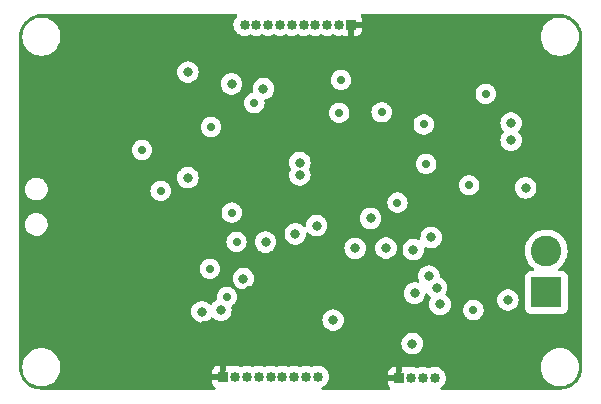
<source format=gbr>
%TF.GenerationSoftware,KiCad,Pcbnew,(6.0.0)*%
%TF.CreationDate,2022-11-12T11:45:22+03:00*%
%TF.ProjectId,RoBEC,526f4245-432e-46b6-9963-61645f706362,rev?*%
%TF.SameCoordinates,Original*%
%TF.FileFunction,Copper,L3,Inr*%
%TF.FilePolarity,Positive*%
%FSLAX46Y46*%
G04 Gerber Fmt 4.6, Leading zero omitted, Abs format (unit mm)*
G04 Created by KiCad (PCBNEW (6.0.0)) date 2022-11-12 11:45:22*
%MOMM*%
%LPD*%
G01*
G04 APERTURE LIST*
%TA.AperFunction,ComponentPad*%
%ADD10R,0.850000X0.850000*%
%TD*%
%TA.AperFunction,ComponentPad*%
%ADD11O,0.850000X0.850000*%
%TD*%
%TA.AperFunction,ComponentPad*%
%ADD12R,2.600000X2.600000*%
%TD*%
%TA.AperFunction,ComponentPad*%
%ADD13C,2.600000*%
%TD*%
%TA.AperFunction,ViaPad*%
%ADD14C,0.700000*%
%TD*%
%TA.AperFunction,ViaPad*%
%ADD15C,0.800000*%
%TD*%
G04 APERTURE END LIST*
D10*
%TO.N,+3V3*%
%TO.C,USART*%
X162962500Y-116105000D03*
D11*
%TO.N,USART_TX*%
X163962500Y-116105000D03*
%TO.N,USART_RX*%
X164962500Y-116105000D03*
%TO.N,GND*%
X165962500Y-116105000D03*
%TD*%
D10*
%TO.N,+3V3*%
%TO.C,SWD*%
X158862500Y-86205000D03*
D11*
%TO.N,Net-(J3-Pad2)*%
X157862500Y-86205000D03*
%TO.N,GND*%
X156862500Y-86205000D03*
%TO.N,SWCLK*%
X155862500Y-86205000D03*
%TO.N,GND*%
X154862500Y-86205000D03*
%TO.N,SWO*%
X153862500Y-86205000D03*
%TO.N,unconnected-(J3-Pad7)*%
X152862500Y-86205000D03*
%TO.N,unconnected-(J3-Pad8)*%
X151862500Y-86205000D03*
%TO.N,GND*%
X150862500Y-86205000D03*
%TO.N,Net-(J3-Pad10)*%
X149862500Y-86205000D03*
%TD*%
D12*
%TO.N,+12V*%
%TO.C,J1*%
X175407500Y-108855000D03*
D13*
%TO.N,GND*%
X175407500Y-105355000D03*
%TD*%
D10*
%TO.N,+3V3*%
%TO.C,SPI*%
X148062500Y-116005000D03*
D11*
%TO.N,SPI_SCK*%
X149062500Y-116005000D03*
%TO.N,SPI_MISO*%
X150062500Y-116005000D03*
%TO.N,SPI_MOSI*%
X151062500Y-116005000D03*
%TO.N,CS1*%
X152062500Y-116005000D03*
%TO.N,CS2*%
X153062500Y-116005000D03*
%TO.N,CS3*%
X154062500Y-116005000D03*
%TO.N,CS4*%
X155062500Y-116005000D03*
%TO.N,GND*%
X156062500Y-116005000D03*
%TD*%
D14*
%TO.N,+3V3*%
X149492500Y-111515000D03*
X159672500Y-96355000D03*
X150252500Y-108675000D03*
X144572500Y-111565000D03*
X155192500Y-111555000D03*
X153362500Y-110485000D03*
X148572500Y-94865000D03*
X149772500Y-97315000D03*
X148412500Y-107435000D03*
X134532500Y-98715000D03*
X158362500Y-106045000D03*
X159922500Y-90875000D03*
X150432500Y-104405000D03*
X146462500Y-111605000D03*
X158832500Y-94965000D03*
%TO.N,GND*%
X142762500Y-100255000D03*
X169242500Y-110345000D03*
X162812500Y-101255000D03*
X147032500Y-94855000D03*
D15*
X164252500Y-108925000D03*
D14*
X141182500Y-96795000D03*
X168882500Y-99795000D03*
X146922500Y-106855000D03*
X149182500Y-104585000D03*
X170282500Y-92055000D03*
X150692500Y-92835000D03*
X165242500Y-97975000D03*
D15*
X164152500Y-105235000D03*
D14*
X148782500Y-102105000D03*
X161472500Y-93615000D03*
X157882500Y-93645000D03*
X158042500Y-90865000D03*
X148362500Y-109235000D03*
X165032500Y-94645000D03*
D15*
%TO.N,+5V*%
X161838000Y-105105000D03*
X165662500Y-104205000D03*
X173662500Y-100005000D03*
%TO.N,+12V*%
X172162500Y-109505000D03*
X166413000Y-109875023D03*
%TO.N,USB_CONN_D+*%
X172432500Y-94515000D03*
X166122500Y-108455000D03*
%TO.N,USB_CONN_D-*%
X172435270Y-95976232D03*
X165472829Y-107476232D03*
%TO.N,Net-(J3-Pad10)*%
X145062500Y-99154500D03*
X145062500Y-90205000D03*
%TO.N,SPI_SCK*%
X149762500Y-107695500D03*
X146262500Y-110505000D03*
%TO.N,SPI_MISO*%
X147851461Y-110367987D03*
X151642500Y-104605000D03*
%TO.N,USART_TX*%
X154162500Y-103905000D03*
X157362500Y-111205000D03*
%TO.N,USART_RX*%
X164062500Y-113205000D03*
X155962500Y-103205000D03*
%TO.N,Net-(R1-Pad1)*%
X151462500Y-91605000D03*
X148762500Y-91205000D03*
%TO.N,USB_D-*%
X159222500Y-105125000D03*
X154539124Y-98924989D03*
%TO.N,USB_D+*%
X160533732Y-102605385D03*
X154539124Y-97874989D03*
%TD*%
%TA.AperFunction,Conductor*%
%TO.N,+3V3*%
G36*
X149194633Y-85333002D02*
G01*
X149241126Y-85386658D01*
X149251230Y-85456932D01*
X149220148Y-85523310D01*
X149103123Y-85653280D01*
X149005008Y-85823220D01*
X149002966Y-85829505D01*
X148965396Y-85945135D01*
X148944370Y-86009845D01*
X148923858Y-86205000D01*
X148944370Y-86400155D01*
X148946410Y-86406433D01*
X148946410Y-86406434D01*
X148966504Y-86468278D01*
X149005008Y-86586780D01*
X149103123Y-86756720D01*
X149234426Y-86902547D01*
X149239768Y-86906428D01*
X149239770Y-86906430D01*
X149348909Y-86985724D01*
X149393179Y-87017888D01*
X149399207Y-87020572D01*
X149399209Y-87020573D01*
X149566413Y-87095017D01*
X149572444Y-87097702D01*
X149668415Y-87118101D01*
X149757928Y-87137128D01*
X149757932Y-87137128D01*
X149764385Y-87138500D01*
X149960615Y-87138500D01*
X149967068Y-87137128D01*
X149967072Y-87137128D01*
X150056585Y-87118101D01*
X150152556Y-87097702D01*
X150160730Y-87094063D01*
X150208586Y-87072756D01*
X150311252Y-87027046D01*
X150381618Y-87017612D01*
X150413747Y-87027045D01*
X150516414Y-87072756D01*
X150564271Y-87094063D01*
X150572444Y-87097702D01*
X150668415Y-87118101D01*
X150757928Y-87137128D01*
X150757932Y-87137128D01*
X150764385Y-87138500D01*
X150960615Y-87138500D01*
X150967068Y-87137128D01*
X150967072Y-87137128D01*
X151056585Y-87118101D01*
X151152556Y-87097702D01*
X151160730Y-87094063D01*
X151208586Y-87072756D01*
X151311252Y-87027046D01*
X151381618Y-87017612D01*
X151413747Y-87027045D01*
X151516414Y-87072756D01*
X151564271Y-87094063D01*
X151572444Y-87097702D01*
X151668415Y-87118101D01*
X151757928Y-87137128D01*
X151757932Y-87137128D01*
X151764385Y-87138500D01*
X151960615Y-87138500D01*
X151967068Y-87137128D01*
X151967072Y-87137128D01*
X152056585Y-87118101D01*
X152152556Y-87097702D01*
X152160730Y-87094063D01*
X152208586Y-87072756D01*
X152311252Y-87027046D01*
X152381618Y-87017612D01*
X152413747Y-87027045D01*
X152516414Y-87072756D01*
X152564271Y-87094063D01*
X152572444Y-87097702D01*
X152668415Y-87118101D01*
X152757928Y-87137128D01*
X152757932Y-87137128D01*
X152764385Y-87138500D01*
X152960615Y-87138500D01*
X152967068Y-87137128D01*
X152967072Y-87137128D01*
X153056585Y-87118101D01*
X153152556Y-87097702D01*
X153160730Y-87094063D01*
X153208586Y-87072756D01*
X153311252Y-87027046D01*
X153381618Y-87017612D01*
X153413747Y-87027045D01*
X153516414Y-87072756D01*
X153564271Y-87094063D01*
X153572444Y-87097702D01*
X153668415Y-87118101D01*
X153757928Y-87137128D01*
X153757932Y-87137128D01*
X153764385Y-87138500D01*
X153960615Y-87138500D01*
X153967068Y-87137128D01*
X153967072Y-87137128D01*
X154056585Y-87118101D01*
X154152556Y-87097702D01*
X154160730Y-87094063D01*
X154208586Y-87072756D01*
X154311252Y-87027046D01*
X154381618Y-87017612D01*
X154413747Y-87027045D01*
X154516414Y-87072756D01*
X154564271Y-87094063D01*
X154572444Y-87097702D01*
X154668415Y-87118101D01*
X154757928Y-87137128D01*
X154757932Y-87137128D01*
X154764385Y-87138500D01*
X154960615Y-87138500D01*
X154967068Y-87137128D01*
X154967072Y-87137128D01*
X155056585Y-87118101D01*
X155152556Y-87097702D01*
X155160730Y-87094063D01*
X155208586Y-87072756D01*
X155311252Y-87027046D01*
X155381618Y-87017612D01*
X155413747Y-87027045D01*
X155516414Y-87072756D01*
X155564271Y-87094063D01*
X155572444Y-87097702D01*
X155668415Y-87118101D01*
X155757928Y-87137128D01*
X155757932Y-87137128D01*
X155764385Y-87138500D01*
X155960615Y-87138500D01*
X155967068Y-87137128D01*
X155967072Y-87137128D01*
X156056585Y-87118101D01*
X156152556Y-87097702D01*
X156160730Y-87094063D01*
X156208586Y-87072756D01*
X156311252Y-87027046D01*
X156381618Y-87017612D01*
X156413747Y-87027045D01*
X156516414Y-87072756D01*
X156564271Y-87094063D01*
X156572444Y-87097702D01*
X156668415Y-87118101D01*
X156757928Y-87137128D01*
X156757932Y-87137128D01*
X156764385Y-87138500D01*
X156960615Y-87138500D01*
X156967068Y-87137128D01*
X156967072Y-87137128D01*
X157056585Y-87118101D01*
X157152556Y-87097702D01*
X157160730Y-87094063D01*
X157208586Y-87072756D01*
X157311252Y-87027046D01*
X157381618Y-87017612D01*
X157413747Y-87027045D01*
X157516414Y-87072756D01*
X157564271Y-87094063D01*
X157572444Y-87097702D01*
X157668415Y-87118101D01*
X157757928Y-87137128D01*
X157757932Y-87137128D01*
X157764385Y-87138500D01*
X157960615Y-87138500D01*
X157967068Y-87137128D01*
X157967072Y-87137128D01*
X158146103Y-87099074D01*
X158146106Y-87099073D01*
X158152556Y-87097702D01*
X158156229Y-87096067D01*
X158226239Y-87094063D01*
X158238443Y-87097943D01*
X158319895Y-87128478D01*
X158335149Y-87132105D01*
X158386014Y-87137631D01*
X158392828Y-87138000D01*
X158590385Y-87138000D01*
X158605624Y-87133525D01*
X158606829Y-87132135D01*
X158608500Y-87124452D01*
X158608500Y-87119884D01*
X159116500Y-87119884D01*
X159120975Y-87135123D01*
X159122365Y-87136328D01*
X159130048Y-87137999D01*
X159332169Y-87137999D01*
X159338990Y-87137629D01*
X159389852Y-87132105D01*
X159405104Y-87128479D01*
X159525554Y-87083324D01*
X159541149Y-87074786D01*
X159643224Y-86998285D01*
X159655785Y-86985724D01*
X159732286Y-86883649D01*
X159740824Y-86868054D01*
X159785978Y-86747606D01*
X159789605Y-86732351D01*
X159795131Y-86681486D01*
X159795500Y-86674672D01*
X159795500Y-86477115D01*
X159791025Y-86461876D01*
X159789635Y-86460671D01*
X159781952Y-86459000D01*
X159134615Y-86459000D01*
X159119376Y-86463475D01*
X159118171Y-86464865D01*
X159116500Y-86472548D01*
X159116500Y-87119884D01*
X158608500Y-87119884D01*
X158608500Y-86813651D01*
X158625381Y-86750651D01*
X158716688Y-86592503D01*
X158716689Y-86592502D01*
X158719992Y-86586780D01*
X158758496Y-86468278D01*
X158778590Y-86406434D01*
X158778590Y-86406433D01*
X158780630Y-86400155D01*
X158801142Y-86205000D01*
X158789073Y-86090171D01*
X158801845Y-86020332D01*
X158850347Y-85968485D01*
X158914383Y-85951000D01*
X159777384Y-85951000D01*
X159792623Y-85946525D01*
X159793828Y-85945135D01*
X159795499Y-85937452D01*
X159795499Y-85735331D01*
X159795129Y-85728510D01*
X159789605Y-85677648D01*
X159785979Y-85662396D01*
X159740824Y-85541946D01*
X159732284Y-85526348D01*
X159723452Y-85514563D01*
X159698605Y-85448057D01*
X159713659Y-85378674D01*
X159763834Y-85328445D01*
X159824279Y-85313000D01*
X176513172Y-85313000D01*
X176532557Y-85314500D01*
X176547358Y-85316805D01*
X176547361Y-85316805D01*
X176556230Y-85318186D01*
X176572498Y-85316059D01*
X176597068Y-85315266D01*
X176801211Y-85328646D01*
X176817552Y-85330797D01*
X177044089Y-85375859D01*
X177060008Y-85380125D01*
X177278715Y-85454365D01*
X177293942Y-85460672D01*
X177501092Y-85562827D01*
X177515366Y-85571068D01*
X177707411Y-85699389D01*
X177720486Y-85709422D01*
X177894144Y-85861715D01*
X177905785Y-85873356D01*
X178025482Y-86009845D01*
X178058078Y-86047014D01*
X178068111Y-86060089D01*
X178196432Y-86252134D01*
X178204673Y-86266408D01*
X178306828Y-86473558D01*
X178313135Y-86488785D01*
X178387375Y-86707492D01*
X178391641Y-86723411D01*
X178436703Y-86949948D01*
X178438854Y-86966290D01*
X178451764Y-87163269D01*
X178450739Y-87186304D01*
X178450696Y-87189854D01*
X178449314Y-87198730D01*
X178450779Y-87209930D01*
X178453436Y-87230251D01*
X178454500Y-87246589D01*
X178454500Y-115155672D01*
X178453000Y-115175057D01*
X178450763Y-115189427D01*
X178449314Y-115198730D01*
X178451441Y-115214998D01*
X178452234Y-115239568D01*
X178438854Y-115443711D01*
X178436703Y-115460052D01*
X178391641Y-115686589D01*
X178387375Y-115702508D01*
X178313135Y-115921215D01*
X178306828Y-115936442D01*
X178204673Y-116143592D01*
X178196432Y-116157866D01*
X178068111Y-116349911D01*
X178058078Y-116362986D01*
X177905785Y-116536644D01*
X177894144Y-116548285D01*
X177784419Y-116644511D01*
X177720486Y-116700578D01*
X177707411Y-116710611D01*
X177515366Y-116838932D01*
X177501092Y-116847173D01*
X177293942Y-116949328D01*
X177278715Y-116955635D01*
X177060008Y-117029875D01*
X177044089Y-117034141D01*
X176817552Y-117079203D01*
X176801210Y-117081354D01*
X176604231Y-117094264D01*
X176581196Y-117093239D01*
X176577646Y-117093196D01*
X176568770Y-117091814D01*
X176540262Y-117095542D01*
X176537249Y-117095936D01*
X176520911Y-117097000D01*
X166573082Y-117097000D01*
X166504961Y-117076998D01*
X166458468Y-117023342D01*
X166448364Y-116953068D01*
X166477858Y-116888488D01*
X166499021Y-116869064D01*
X166517150Y-116855893D01*
X166556854Y-116827046D01*
X166585230Y-116806430D01*
X166585232Y-116806428D01*
X166590574Y-116802547D01*
X166596831Y-116795598D01*
X166717458Y-116661628D01*
X166717459Y-116661627D01*
X166721877Y-116656720D01*
X166806397Y-116510328D01*
X166816688Y-116492503D01*
X166816689Y-116492502D01*
X166819992Y-116486780D01*
X166857108Y-116372548D01*
X166878590Y-116306434D01*
X166878590Y-116306433D01*
X166880630Y-116300155D01*
X166901142Y-116105000D01*
X166889941Y-115998435D01*
X166881320Y-115916409D01*
X166881320Y-115916408D01*
X166880630Y-115909845D01*
X166859605Y-115845135D01*
X166822034Y-115729505D01*
X166819992Y-115723220D01*
X166811300Y-115708164D01*
X166769247Y-115635328D01*
X166721877Y-115553280D01*
X166701912Y-115531106D01*
X166594996Y-115412364D01*
X166594995Y-115412363D01*
X166590574Y-115407453D01*
X166459696Y-115312364D01*
X166437163Y-115295993D01*
X166437162Y-115295992D01*
X166431821Y-115292112D01*
X166425793Y-115289428D01*
X166425791Y-115289427D01*
X166258587Y-115214983D01*
X166258586Y-115214983D01*
X166252556Y-115212298D01*
X166218221Y-115205000D01*
X174949026Y-115205000D01*
X174968891Y-115457403D01*
X174970045Y-115462210D01*
X174970046Y-115462216D01*
X174993366Y-115559349D01*
X175027995Y-115703591D01*
X175029888Y-115708162D01*
X175029889Y-115708164D01*
X175121378Y-115929037D01*
X175124884Y-115937502D01*
X175257172Y-116153376D01*
X175382534Y-116300155D01*
X175417859Y-116341515D01*
X175421602Y-116345898D01*
X175614124Y-116510328D01*
X175829998Y-116642616D01*
X175834568Y-116644509D01*
X175834572Y-116644511D01*
X176059336Y-116737611D01*
X176063909Y-116739505D01*
X176126731Y-116754587D01*
X176305284Y-116797454D01*
X176305290Y-116797455D01*
X176310097Y-116798609D01*
X176409470Y-116806430D01*
X176496845Y-116813307D01*
X176496852Y-116813307D01*
X176499301Y-116813500D01*
X176625699Y-116813500D01*
X176628148Y-116813307D01*
X176628155Y-116813307D01*
X176715530Y-116806430D01*
X176814903Y-116798609D01*
X176819710Y-116797455D01*
X176819716Y-116797454D01*
X176998269Y-116754587D01*
X177061091Y-116739505D01*
X177065664Y-116737611D01*
X177290428Y-116644511D01*
X177290432Y-116644509D01*
X177295002Y-116642616D01*
X177510876Y-116510328D01*
X177703398Y-116345898D01*
X177707142Y-116341515D01*
X177742466Y-116300155D01*
X177867828Y-116153376D01*
X178000116Y-115937502D01*
X178003623Y-115929037D01*
X178095111Y-115708164D01*
X178095112Y-115708162D01*
X178097005Y-115703591D01*
X178131634Y-115559349D01*
X178154954Y-115462216D01*
X178154955Y-115462210D01*
X178156109Y-115457403D01*
X178175974Y-115205000D01*
X178156109Y-114952597D01*
X178097005Y-114706409D01*
X178000116Y-114472498D01*
X177867828Y-114256624D01*
X177703398Y-114064102D01*
X177510876Y-113899672D01*
X177295002Y-113767384D01*
X177290432Y-113765491D01*
X177290428Y-113765489D01*
X177065664Y-113672389D01*
X177065662Y-113672388D01*
X177061091Y-113670495D01*
X176976468Y-113650179D01*
X176819716Y-113612546D01*
X176819710Y-113612545D01*
X176814903Y-113611391D01*
X176715084Y-113603535D01*
X176628155Y-113596693D01*
X176628148Y-113596693D01*
X176625699Y-113596500D01*
X176499301Y-113596500D01*
X176496852Y-113596693D01*
X176496845Y-113596693D01*
X176409916Y-113603535D01*
X176310097Y-113611391D01*
X176305290Y-113612545D01*
X176305284Y-113612546D01*
X176148532Y-113650179D01*
X176063909Y-113670495D01*
X176059338Y-113672388D01*
X176059336Y-113672389D01*
X175834572Y-113765489D01*
X175834568Y-113765491D01*
X175829998Y-113767384D01*
X175614124Y-113899672D01*
X175421602Y-114064102D01*
X175257172Y-114256624D01*
X175124884Y-114472498D01*
X175027995Y-114706409D01*
X174968891Y-114952597D01*
X174949026Y-115205000D01*
X166218221Y-115205000D01*
X166148197Y-115190116D01*
X166067072Y-115172872D01*
X166067068Y-115172872D01*
X166060615Y-115171500D01*
X165864385Y-115171500D01*
X165857932Y-115172872D01*
X165857928Y-115172872D01*
X165776803Y-115190116D01*
X165672444Y-115212298D01*
X165666414Y-115214983D01*
X165666413Y-115214983D01*
X165636761Y-115228185D01*
X165513748Y-115282954D01*
X165443382Y-115292388D01*
X165411253Y-115282955D01*
X165288239Y-115228185D01*
X165258587Y-115214983D01*
X165258586Y-115214983D01*
X165252556Y-115212298D01*
X165148197Y-115190116D01*
X165067072Y-115172872D01*
X165067068Y-115172872D01*
X165060615Y-115171500D01*
X164864385Y-115171500D01*
X164857932Y-115172872D01*
X164857928Y-115172872D01*
X164776803Y-115190116D01*
X164672444Y-115212298D01*
X164666414Y-115214983D01*
X164666413Y-115214983D01*
X164636761Y-115228185D01*
X164513748Y-115282954D01*
X164443382Y-115292388D01*
X164411253Y-115282955D01*
X164288239Y-115228185D01*
X164258587Y-115214983D01*
X164258586Y-115214983D01*
X164252556Y-115212298D01*
X164148197Y-115190116D01*
X164067072Y-115172872D01*
X164067068Y-115172872D01*
X164060615Y-115171500D01*
X163864385Y-115171500D01*
X163857932Y-115172872D01*
X163857928Y-115172872D01*
X163678897Y-115210926D01*
X163678894Y-115210927D01*
X163672444Y-115212298D01*
X163668771Y-115213933D01*
X163598761Y-115215937D01*
X163586557Y-115212057D01*
X163505105Y-115181522D01*
X163489851Y-115177895D01*
X163438986Y-115172369D01*
X163432172Y-115172000D01*
X163234615Y-115172000D01*
X163219376Y-115176475D01*
X163218171Y-115177865D01*
X163216500Y-115185548D01*
X163216500Y-115496349D01*
X163199619Y-115559349D01*
X163113701Y-115708164D01*
X163105008Y-115723220D01*
X163102966Y-115729505D01*
X163065396Y-115845135D01*
X163044370Y-115909845D01*
X163043680Y-115916408D01*
X163043680Y-115916409D01*
X163035059Y-115998435D01*
X163023858Y-116105000D01*
X163024548Y-116111565D01*
X163035927Y-116219829D01*
X163023155Y-116289668D01*
X162974653Y-116341515D01*
X162910617Y-116359000D01*
X162047616Y-116359000D01*
X162032377Y-116363475D01*
X162031172Y-116364865D01*
X162029501Y-116372548D01*
X162029501Y-116574669D01*
X162029871Y-116581490D01*
X162035395Y-116632352D01*
X162039021Y-116647604D01*
X162084176Y-116768054D01*
X162092714Y-116783649D01*
X162174596Y-116892904D01*
X162172330Y-116894603D01*
X162199422Y-116944217D01*
X162194357Y-117015032D01*
X162151810Y-117071868D01*
X162085290Y-117096679D01*
X162076301Y-117097000D01*
X156497709Y-117097000D01*
X156429588Y-117076998D01*
X156383095Y-117023342D01*
X156372991Y-116953068D01*
X156402485Y-116888488D01*
X156446460Y-116855893D01*
X156525791Y-116820573D01*
X156525793Y-116820572D01*
X156531821Y-116817888D01*
X156557822Y-116798997D01*
X156685230Y-116706430D01*
X156685232Y-116706428D01*
X156690574Y-116702547D01*
X156744536Y-116642616D01*
X156817458Y-116561628D01*
X156817459Y-116561627D01*
X156821877Y-116556720D01*
X156919992Y-116386780D01*
X156957108Y-116272548D01*
X156978590Y-116206434D01*
X156978590Y-116206433D01*
X156980630Y-116200155D01*
X156984119Y-116166965D01*
X157000452Y-116011565D01*
X157001142Y-116005000D01*
X156983052Y-115832885D01*
X162029500Y-115832885D01*
X162033975Y-115848124D01*
X162035365Y-115849329D01*
X162043048Y-115851000D01*
X162690385Y-115851000D01*
X162705624Y-115846525D01*
X162706829Y-115845135D01*
X162708500Y-115837452D01*
X162708500Y-115190116D01*
X162704025Y-115174877D01*
X162702635Y-115173672D01*
X162694952Y-115172001D01*
X162492831Y-115172001D01*
X162486010Y-115172371D01*
X162435148Y-115177895D01*
X162419896Y-115181521D01*
X162299446Y-115226676D01*
X162283851Y-115235214D01*
X162181776Y-115311715D01*
X162169215Y-115324276D01*
X162092714Y-115426351D01*
X162084176Y-115441946D01*
X162039022Y-115562394D01*
X162035395Y-115577649D01*
X162029869Y-115628514D01*
X162029500Y-115635328D01*
X162029500Y-115832885D01*
X156983052Y-115832885D01*
X156980630Y-115809845D01*
X156959605Y-115745135D01*
X156922034Y-115629505D01*
X156919992Y-115623220D01*
X156821877Y-115453280D01*
X156705722Y-115324276D01*
X156694996Y-115312364D01*
X156694995Y-115312363D01*
X156690574Y-115307453D01*
X156665764Y-115289427D01*
X156537163Y-115195993D01*
X156537162Y-115195992D01*
X156531821Y-115192112D01*
X156525793Y-115189428D01*
X156525791Y-115189427D01*
X156358587Y-115114983D01*
X156358586Y-115114983D01*
X156352556Y-115112298D01*
X156248197Y-115090116D01*
X156167072Y-115072872D01*
X156167068Y-115072872D01*
X156160615Y-115071500D01*
X155964385Y-115071500D01*
X155957932Y-115072872D01*
X155957928Y-115072872D01*
X155876803Y-115090116D01*
X155772444Y-115112298D01*
X155766414Y-115114983D01*
X155766413Y-115114983D01*
X155720974Y-115135214D01*
X155613748Y-115182954D01*
X155543382Y-115192388D01*
X155511253Y-115182955D01*
X155404026Y-115135214D01*
X155358587Y-115114983D01*
X155358586Y-115114983D01*
X155352556Y-115112298D01*
X155248197Y-115090116D01*
X155167072Y-115072872D01*
X155167068Y-115072872D01*
X155160615Y-115071500D01*
X154964385Y-115071500D01*
X154957932Y-115072872D01*
X154957928Y-115072872D01*
X154876803Y-115090116D01*
X154772444Y-115112298D01*
X154766414Y-115114983D01*
X154766413Y-115114983D01*
X154720974Y-115135214D01*
X154613748Y-115182954D01*
X154543382Y-115192388D01*
X154511253Y-115182955D01*
X154404026Y-115135214D01*
X154358587Y-115114983D01*
X154358586Y-115114983D01*
X154352556Y-115112298D01*
X154248197Y-115090116D01*
X154167072Y-115072872D01*
X154167068Y-115072872D01*
X154160615Y-115071500D01*
X153964385Y-115071500D01*
X153957932Y-115072872D01*
X153957928Y-115072872D01*
X153876803Y-115090116D01*
X153772444Y-115112298D01*
X153766414Y-115114983D01*
X153766413Y-115114983D01*
X153720974Y-115135214D01*
X153613748Y-115182954D01*
X153543382Y-115192388D01*
X153511253Y-115182955D01*
X153404026Y-115135214D01*
X153358587Y-115114983D01*
X153358586Y-115114983D01*
X153352556Y-115112298D01*
X153248197Y-115090116D01*
X153167072Y-115072872D01*
X153167068Y-115072872D01*
X153160615Y-115071500D01*
X152964385Y-115071500D01*
X152957932Y-115072872D01*
X152957928Y-115072872D01*
X152876803Y-115090116D01*
X152772444Y-115112298D01*
X152766414Y-115114983D01*
X152766413Y-115114983D01*
X152720974Y-115135214D01*
X152613748Y-115182954D01*
X152543382Y-115192388D01*
X152511253Y-115182955D01*
X152404026Y-115135214D01*
X152358587Y-115114983D01*
X152358586Y-115114983D01*
X152352556Y-115112298D01*
X152248197Y-115090116D01*
X152167072Y-115072872D01*
X152167068Y-115072872D01*
X152160615Y-115071500D01*
X151964385Y-115071500D01*
X151957932Y-115072872D01*
X151957928Y-115072872D01*
X151876803Y-115090116D01*
X151772444Y-115112298D01*
X151766414Y-115114983D01*
X151766413Y-115114983D01*
X151720974Y-115135214D01*
X151613748Y-115182954D01*
X151543382Y-115192388D01*
X151511253Y-115182955D01*
X151404026Y-115135214D01*
X151358587Y-115114983D01*
X151358586Y-115114983D01*
X151352556Y-115112298D01*
X151248197Y-115090116D01*
X151167072Y-115072872D01*
X151167068Y-115072872D01*
X151160615Y-115071500D01*
X150964385Y-115071500D01*
X150957932Y-115072872D01*
X150957928Y-115072872D01*
X150876803Y-115090116D01*
X150772444Y-115112298D01*
X150766414Y-115114983D01*
X150766413Y-115114983D01*
X150720974Y-115135214D01*
X150613748Y-115182954D01*
X150543382Y-115192388D01*
X150511253Y-115182955D01*
X150404026Y-115135214D01*
X150358587Y-115114983D01*
X150358586Y-115114983D01*
X150352556Y-115112298D01*
X150248197Y-115090116D01*
X150167072Y-115072872D01*
X150167068Y-115072872D01*
X150160615Y-115071500D01*
X149964385Y-115071500D01*
X149957932Y-115072872D01*
X149957928Y-115072872D01*
X149876803Y-115090116D01*
X149772444Y-115112298D01*
X149766414Y-115114983D01*
X149766413Y-115114983D01*
X149720974Y-115135214D01*
X149613748Y-115182954D01*
X149543382Y-115192388D01*
X149511253Y-115182955D01*
X149404026Y-115135214D01*
X149358587Y-115114983D01*
X149358586Y-115114983D01*
X149352556Y-115112298D01*
X149248197Y-115090116D01*
X149167072Y-115072872D01*
X149167068Y-115072872D01*
X149160615Y-115071500D01*
X148964385Y-115071500D01*
X148957932Y-115072872D01*
X148957928Y-115072872D01*
X148778897Y-115110926D01*
X148778894Y-115110927D01*
X148772444Y-115112298D01*
X148768771Y-115113933D01*
X148698761Y-115115937D01*
X148686557Y-115112057D01*
X148605105Y-115081522D01*
X148589851Y-115077895D01*
X148538986Y-115072369D01*
X148532172Y-115072000D01*
X148334615Y-115072000D01*
X148319376Y-115076475D01*
X148318171Y-115077865D01*
X148316500Y-115085548D01*
X148316500Y-115396349D01*
X148299619Y-115459349D01*
X148242087Y-115558998D01*
X148205008Y-115623220D01*
X148202966Y-115629505D01*
X148165396Y-115745135D01*
X148144370Y-115809845D01*
X148123858Y-116005000D01*
X148124548Y-116011565D01*
X148135927Y-116119829D01*
X148123155Y-116189668D01*
X148074653Y-116241515D01*
X148010617Y-116259000D01*
X147147616Y-116259000D01*
X147132377Y-116263475D01*
X147131172Y-116264865D01*
X147129501Y-116272548D01*
X147129501Y-116474669D01*
X147129871Y-116481490D01*
X147135395Y-116532352D01*
X147139021Y-116547604D01*
X147184176Y-116668054D01*
X147192714Y-116683649D01*
X147269215Y-116785724D01*
X147281772Y-116798281D01*
X147377698Y-116870173D01*
X147420213Y-116927033D01*
X147425239Y-116997851D01*
X147391179Y-117060145D01*
X147328848Y-117094135D01*
X147302133Y-117097000D01*
X132711828Y-117097000D01*
X132692443Y-117095500D01*
X132677642Y-117093195D01*
X132677639Y-117093195D01*
X132668770Y-117091814D01*
X132652502Y-117093941D01*
X132627932Y-117094734D01*
X132423789Y-117081354D01*
X132407448Y-117079203D01*
X132180911Y-117034141D01*
X132164992Y-117029875D01*
X131946285Y-116955635D01*
X131931058Y-116949328D01*
X131723908Y-116847173D01*
X131709634Y-116838932D01*
X131517589Y-116710611D01*
X131504514Y-116700578D01*
X131440581Y-116644511D01*
X131330856Y-116548285D01*
X131319215Y-116536644D01*
X131166922Y-116362986D01*
X131156889Y-116349911D01*
X131028568Y-116157866D01*
X131020327Y-116143592D01*
X130918172Y-115936442D01*
X130911865Y-115921215D01*
X130837625Y-115702508D01*
X130833359Y-115686589D01*
X130788297Y-115460052D01*
X130786146Y-115443710D01*
X130773236Y-115246731D01*
X130774261Y-115223696D01*
X130774304Y-115220146D01*
X130775686Y-115211270D01*
X130774866Y-115205000D01*
X131049026Y-115205000D01*
X131068891Y-115457403D01*
X131070045Y-115462210D01*
X131070046Y-115462216D01*
X131093366Y-115559349D01*
X131127995Y-115703591D01*
X131129888Y-115708162D01*
X131129889Y-115708164D01*
X131221378Y-115929037D01*
X131224884Y-115937502D01*
X131357172Y-116153376D01*
X131482534Y-116300155D01*
X131517859Y-116341515D01*
X131521602Y-116345898D01*
X131714124Y-116510328D01*
X131929998Y-116642616D01*
X131934568Y-116644509D01*
X131934572Y-116644511D01*
X132159336Y-116737611D01*
X132163909Y-116739505D01*
X132226731Y-116754587D01*
X132405284Y-116797454D01*
X132405290Y-116797455D01*
X132410097Y-116798609D01*
X132509470Y-116806430D01*
X132596845Y-116813307D01*
X132596852Y-116813307D01*
X132599301Y-116813500D01*
X132725699Y-116813500D01*
X132728148Y-116813307D01*
X132728155Y-116813307D01*
X132815530Y-116806430D01*
X132914903Y-116798609D01*
X132919710Y-116797455D01*
X132919716Y-116797454D01*
X133098269Y-116754587D01*
X133161091Y-116739505D01*
X133165664Y-116737611D01*
X133390428Y-116644511D01*
X133390432Y-116644509D01*
X133395002Y-116642616D01*
X133610876Y-116510328D01*
X133803398Y-116345898D01*
X133807142Y-116341515D01*
X133842466Y-116300155D01*
X133967828Y-116153376D01*
X134100116Y-115937502D01*
X134103623Y-115929037D01*
X134184871Y-115732885D01*
X147129500Y-115732885D01*
X147133975Y-115748124D01*
X147135365Y-115749329D01*
X147143048Y-115751000D01*
X147790385Y-115751000D01*
X147805624Y-115746525D01*
X147806829Y-115745135D01*
X147808500Y-115737452D01*
X147808500Y-115090116D01*
X147804025Y-115074877D01*
X147802635Y-115073672D01*
X147794952Y-115072001D01*
X147592831Y-115072001D01*
X147586010Y-115072371D01*
X147535148Y-115077895D01*
X147519896Y-115081521D01*
X147399446Y-115126676D01*
X147383851Y-115135214D01*
X147281776Y-115211715D01*
X147269215Y-115224276D01*
X147192714Y-115326351D01*
X147184176Y-115341946D01*
X147139022Y-115462394D01*
X147135395Y-115477649D01*
X147129869Y-115528514D01*
X147129500Y-115535328D01*
X147129500Y-115732885D01*
X134184871Y-115732885D01*
X134195111Y-115708164D01*
X134195112Y-115708162D01*
X134197005Y-115703591D01*
X134231634Y-115559349D01*
X134254954Y-115462216D01*
X134254955Y-115462210D01*
X134256109Y-115457403D01*
X134275974Y-115205000D01*
X134256109Y-114952597D01*
X134197005Y-114706409D01*
X134100116Y-114472498D01*
X133967828Y-114256624D01*
X133803398Y-114064102D01*
X133610876Y-113899672D01*
X133395002Y-113767384D01*
X133390432Y-113765491D01*
X133390428Y-113765489D01*
X133165664Y-113672389D01*
X133165662Y-113672388D01*
X133161091Y-113670495D01*
X133076468Y-113650179D01*
X132919716Y-113612546D01*
X132919710Y-113612545D01*
X132914903Y-113611391D01*
X132815084Y-113603535D01*
X132728155Y-113596693D01*
X132728148Y-113596693D01*
X132725699Y-113596500D01*
X132599301Y-113596500D01*
X132596852Y-113596693D01*
X132596845Y-113596693D01*
X132509916Y-113603535D01*
X132410097Y-113611391D01*
X132405290Y-113612545D01*
X132405284Y-113612546D01*
X132248532Y-113650179D01*
X132163909Y-113670495D01*
X132159338Y-113672388D01*
X132159336Y-113672389D01*
X131934572Y-113765489D01*
X131934568Y-113765491D01*
X131929998Y-113767384D01*
X131714124Y-113899672D01*
X131521602Y-114064102D01*
X131357172Y-114256624D01*
X131224884Y-114472498D01*
X131127995Y-114706409D01*
X131068891Y-114952597D01*
X131049026Y-115205000D01*
X130774866Y-115205000D01*
X130771564Y-115179748D01*
X130770500Y-115163411D01*
X130770500Y-113205000D01*
X163148996Y-113205000D01*
X163168958Y-113394928D01*
X163227973Y-113576556D01*
X163323460Y-113741944D01*
X163451247Y-113883866D01*
X163605748Y-113996118D01*
X163611776Y-113998802D01*
X163611778Y-113998803D01*
X163751238Y-114060894D01*
X163780212Y-114073794D01*
X163873613Y-114093647D01*
X163960556Y-114112128D01*
X163960561Y-114112128D01*
X163967013Y-114113500D01*
X164157987Y-114113500D01*
X164164439Y-114112128D01*
X164164444Y-114112128D01*
X164251387Y-114093647D01*
X164344788Y-114073794D01*
X164373762Y-114060894D01*
X164513222Y-113998803D01*
X164513224Y-113998802D01*
X164519252Y-113996118D01*
X164673753Y-113883866D01*
X164801540Y-113741944D01*
X164897027Y-113576556D01*
X164956042Y-113394928D01*
X164976004Y-113205000D01*
X164956042Y-113015072D01*
X164897027Y-112833444D01*
X164801540Y-112668056D01*
X164673753Y-112526134D01*
X164519252Y-112413882D01*
X164513224Y-112411198D01*
X164513222Y-112411197D01*
X164350819Y-112338891D01*
X164350818Y-112338891D01*
X164344788Y-112336206D01*
X164251387Y-112316353D01*
X164164444Y-112297872D01*
X164164439Y-112297872D01*
X164157987Y-112296500D01*
X163967013Y-112296500D01*
X163960561Y-112297872D01*
X163960556Y-112297872D01*
X163873612Y-112316353D01*
X163780212Y-112336206D01*
X163774182Y-112338891D01*
X163774181Y-112338891D01*
X163611778Y-112411197D01*
X163611776Y-112411198D01*
X163605748Y-112413882D01*
X163451247Y-112526134D01*
X163323460Y-112668056D01*
X163227973Y-112833444D01*
X163168958Y-113015072D01*
X163148996Y-113205000D01*
X130770500Y-113205000D01*
X130770500Y-110505000D01*
X145348996Y-110505000D01*
X145349686Y-110511565D01*
X145366735Y-110673774D01*
X145368958Y-110694928D01*
X145427973Y-110876556D01*
X145523460Y-111041944D01*
X145527878Y-111046851D01*
X145527879Y-111046852D01*
X145625458Y-111155224D01*
X145651247Y-111183866D01*
X145805748Y-111296118D01*
X145811776Y-111298802D01*
X145811778Y-111298803D01*
X145974181Y-111371109D01*
X145980212Y-111373794D01*
X146048763Y-111388365D01*
X146160556Y-111412128D01*
X146160561Y-111412128D01*
X146167013Y-111413500D01*
X146357987Y-111413500D01*
X146364439Y-111412128D01*
X146364444Y-111412128D01*
X146476237Y-111388365D01*
X146544788Y-111373794D01*
X146550819Y-111371109D01*
X146713222Y-111298803D01*
X146713224Y-111298802D01*
X146719252Y-111296118D01*
X146873753Y-111183866D01*
X146899542Y-111155224D01*
X146997121Y-111046852D01*
X146997122Y-111046851D01*
X147001540Y-111041944D01*
X147006350Y-111033613D01*
X147007618Y-111032404D01*
X147008724Y-111030882D01*
X147009002Y-111031084D01*
X147057735Y-110984622D01*
X147127449Y-110971188D01*
X147193359Y-110997577D01*
X147209096Y-111012299D01*
X147240208Y-111046853D01*
X147394709Y-111159105D01*
X147400737Y-111161789D01*
X147400739Y-111161790D01*
X147563142Y-111234096D01*
X147569173Y-111236781D01*
X147662574Y-111256634D01*
X147749517Y-111275115D01*
X147749522Y-111275115D01*
X147755974Y-111276487D01*
X147946948Y-111276487D01*
X147953400Y-111275115D01*
X147953405Y-111275115D01*
X148040349Y-111256634D01*
X148133749Y-111236781D01*
X148139780Y-111234096D01*
X148205131Y-111205000D01*
X156448996Y-111205000D01*
X156449686Y-111211565D01*
X156466455Y-111371109D01*
X156468958Y-111394928D01*
X156527973Y-111576556D01*
X156623460Y-111741944D01*
X156751247Y-111883866D01*
X156905748Y-111996118D01*
X156911776Y-111998802D01*
X156911778Y-111998803D01*
X157074181Y-112071109D01*
X157080212Y-112073794D01*
X157173612Y-112093647D01*
X157260556Y-112112128D01*
X157260561Y-112112128D01*
X157267013Y-112113500D01*
X157457987Y-112113500D01*
X157464439Y-112112128D01*
X157464444Y-112112128D01*
X157551388Y-112093647D01*
X157644788Y-112073794D01*
X157650819Y-112071109D01*
X157813222Y-111998803D01*
X157813224Y-111998802D01*
X157819252Y-111996118D01*
X157973753Y-111883866D01*
X158101540Y-111741944D01*
X158197027Y-111576556D01*
X158256042Y-111394928D01*
X158258546Y-111371109D01*
X158275314Y-111211565D01*
X158276004Y-111205000D01*
X158271621Y-111163295D01*
X158256732Y-111021635D01*
X158256732Y-111021633D01*
X158256042Y-111015072D01*
X158197027Y-110833444D01*
X158101540Y-110668056D01*
X158040469Y-110600229D01*
X157978175Y-110531045D01*
X157978174Y-110531044D01*
X157973753Y-110526134D01*
X157819252Y-110413882D01*
X157813224Y-110411198D01*
X157813222Y-110411197D01*
X157650819Y-110338891D01*
X157650818Y-110338891D01*
X157644788Y-110336206D01*
X157545361Y-110315072D01*
X157464444Y-110297872D01*
X157464439Y-110297872D01*
X157457987Y-110296500D01*
X157267013Y-110296500D01*
X157260561Y-110297872D01*
X157260556Y-110297872D01*
X157179639Y-110315072D01*
X157080212Y-110336206D01*
X157074182Y-110338891D01*
X157074181Y-110338891D01*
X156911778Y-110411197D01*
X156911776Y-110411198D01*
X156905748Y-110413882D01*
X156751247Y-110526134D01*
X156746826Y-110531044D01*
X156746825Y-110531045D01*
X156684532Y-110600229D01*
X156623460Y-110668056D01*
X156527973Y-110833444D01*
X156468958Y-111015072D01*
X156468268Y-111021633D01*
X156468268Y-111021635D01*
X156453379Y-111163295D01*
X156448996Y-111205000D01*
X148205131Y-111205000D01*
X148302183Y-111161790D01*
X148302185Y-111161789D01*
X148308213Y-111159105D01*
X148462714Y-111046853D01*
X148474636Y-111033613D01*
X148586082Y-110909839D01*
X148586083Y-110909838D01*
X148590501Y-110904931D01*
X148685988Y-110739543D01*
X148745003Y-110557915D01*
X148745943Y-110548978D01*
X148764275Y-110374552D01*
X148764965Y-110367987D01*
X148760093Y-110321635D01*
X148745693Y-110184622D01*
X148745693Y-110184620D01*
X148745003Y-110178059D01*
X148730590Y-110133700D01*
X148728563Y-110062732D01*
X148765225Y-110001934D01*
X148787422Y-109985646D01*
X148788089Y-109985261D01*
X148794115Y-109982578D01*
X148820858Y-109963148D01*
X148934769Y-109880387D01*
X148934771Y-109880385D01*
X148940113Y-109876504D01*
X148954361Y-109860680D01*
X149056448Y-109747301D01*
X149056449Y-109747300D01*
X149060867Y-109742393D01*
X149143681Y-109598955D01*
X149147795Y-109591830D01*
X149147796Y-109591829D01*
X149151099Y-109586107D01*
X149191442Y-109461944D01*
X149204825Y-109420754D01*
X149204825Y-109420753D01*
X149206865Y-109414475D01*
X149210936Y-109375748D01*
X149225039Y-109241565D01*
X149225729Y-109235000D01*
X149206865Y-109055525D01*
X149164455Y-108925000D01*
X163338996Y-108925000D01*
X163339686Y-108931565D01*
X163352715Y-109055525D01*
X163358958Y-109114928D01*
X163417973Y-109296556D01*
X163421276Y-109302278D01*
X163421277Y-109302279D01*
X163428663Y-109315072D01*
X163513460Y-109461944D01*
X163517878Y-109466851D01*
X163517879Y-109466852D01*
X163550847Y-109503467D01*
X163641247Y-109603866D01*
X163683871Y-109634834D01*
X163766583Y-109694928D01*
X163795748Y-109716118D01*
X163801776Y-109718802D01*
X163801778Y-109718803D01*
X163964181Y-109791109D01*
X163970212Y-109793794D01*
X164063613Y-109813647D01*
X164150556Y-109832128D01*
X164150561Y-109832128D01*
X164157013Y-109833500D01*
X164347987Y-109833500D01*
X164354439Y-109832128D01*
X164354444Y-109832128D01*
X164441387Y-109813647D01*
X164534788Y-109793794D01*
X164540819Y-109791109D01*
X164703222Y-109718803D01*
X164703224Y-109718802D01*
X164709252Y-109716118D01*
X164738418Y-109694928D01*
X164821129Y-109634834D01*
X164863753Y-109603866D01*
X164954153Y-109503467D01*
X164987121Y-109466852D01*
X164987122Y-109466851D01*
X164991540Y-109461944D01*
X165076337Y-109315072D01*
X165083723Y-109302279D01*
X165083724Y-109302278D01*
X165087027Y-109296556D01*
X165146042Y-109114928D01*
X165152286Y-109055525D01*
X165153137Y-109047424D01*
X165180150Y-108981767D01*
X165238372Y-108941138D01*
X165309317Y-108938435D01*
X165370461Y-108974517D01*
X165380228Y-108986347D01*
X165383460Y-108991944D01*
X165387881Y-108996854D01*
X165498052Y-109119211D01*
X165511247Y-109133866D01*
X165516589Y-109137747D01*
X165516591Y-109137749D01*
X165574624Y-109179912D01*
X165591639Y-109192274D01*
X165617154Y-109210812D01*
X165660508Y-109267034D01*
X165666583Y-109337770D01*
X165652212Y-109375747D01*
X165578473Y-109503467D01*
X165519458Y-109685095D01*
X165518768Y-109691656D01*
X165518768Y-109691658D01*
X165503243Y-109839374D01*
X165499496Y-109875023D01*
X165500186Y-109881588D01*
X165511990Y-109993893D01*
X165519458Y-110064951D01*
X165578473Y-110246579D01*
X165673960Y-110411967D01*
X165678378Y-110416874D01*
X165678379Y-110416875D01*
X165776756Y-110526134D01*
X165801747Y-110553889D01*
X165877280Y-110608767D01*
X165944490Y-110657598D01*
X165956248Y-110666141D01*
X165962276Y-110668825D01*
X165962278Y-110668826D01*
X166036407Y-110701830D01*
X166130712Y-110743817D01*
X166224112Y-110763670D01*
X166311056Y-110782151D01*
X166311061Y-110782151D01*
X166317513Y-110783523D01*
X166508487Y-110783523D01*
X166514939Y-110782151D01*
X166514944Y-110782151D01*
X166601888Y-110763670D01*
X166695288Y-110743817D01*
X166789593Y-110701830D01*
X166863722Y-110668826D01*
X166863724Y-110668825D01*
X166869752Y-110666141D01*
X166881511Y-110657598D01*
X166948720Y-110608767D01*
X167024253Y-110553889D01*
X167049244Y-110526134D01*
X167147621Y-110416875D01*
X167147622Y-110416874D01*
X167152040Y-110411967D01*
X167190703Y-110345000D01*
X168379271Y-110345000D01*
X168379961Y-110351565D01*
X168386826Y-110416875D01*
X168398135Y-110524475D01*
X168453901Y-110696107D01*
X168544133Y-110852393D01*
X168548551Y-110857300D01*
X168548552Y-110857301D01*
X168651096Y-110971188D01*
X168664887Y-110986504D01*
X168670229Y-110990385D01*
X168670231Y-110990387D01*
X168805543Y-111088697D01*
X168810885Y-111092578D01*
X168816913Y-111095262D01*
X168816915Y-111095263D01*
X168966337Y-111161790D01*
X168975748Y-111165980D01*
X169059896Y-111183866D01*
X169145811Y-111202128D01*
X169145815Y-111202128D01*
X169152268Y-111203500D01*
X169332732Y-111203500D01*
X169339185Y-111202128D01*
X169339189Y-111202128D01*
X169425104Y-111183866D01*
X169509252Y-111165980D01*
X169518663Y-111161790D01*
X169668085Y-111095263D01*
X169668087Y-111095262D01*
X169674115Y-111092578D01*
X169679457Y-111088697D01*
X169814769Y-110990387D01*
X169814771Y-110990385D01*
X169820113Y-110986504D01*
X169833904Y-110971188D01*
X169936448Y-110857301D01*
X169936449Y-110857300D01*
X169940867Y-110852393D01*
X170031099Y-110696107D01*
X170086865Y-110524475D01*
X170098175Y-110416875D01*
X170105039Y-110351565D01*
X170105729Y-110345000D01*
X170104805Y-110336206D01*
X170087555Y-110172089D01*
X170087555Y-110172088D01*
X170086865Y-110165525D01*
X170078484Y-110139729D01*
X170033141Y-110000178D01*
X170031099Y-109993893D01*
X169940867Y-109837607D01*
X169927041Y-109822251D01*
X169824535Y-109708407D01*
X169824534Y-109708406D01*
X169820113Y-109703496D01*
X169808321Y-109694928D01*
X169679457Y-109601303D01*
X169679456Y-109601302D01*
X169674115Y-109597422D01*
X169668087Y-109594738D01*
X169668085Y-109594737D01*
X169515283Y-109526705D01*
X169515281Y-109526705D01*
X169509252Y-109524020D01*
X169419769Y-109505000D01*
X171248996Y-109505000D01*
X171249686Y-109511565D01*
X171267940Y-109685238D01*
X171268958Y-109694928D01*
X171327973Y-109876556D01*
X171423460Y-110041944D01*
X171427878Y-110046851D01*
X171427879Y-110046852D01*
X171449828Y-110071229D01*
X171551247Y-110183866D01*
X171705748Y-110296118D01*
X171711776Y-110298802D01*
X171711778Y-110298803D01*
X171867169Y-110367987D01*
X171880212Y-110373794D01*
X171971966Y-110393297D01*
X172060556Y-110412128D01*
X172060561Y-110412128D01*
X172067013Y-110413500D01*
X172257987Y-110413500D01*
X172264439Y-110412128D01*
X172264444Y-110412128D01*
X172353034Y-110393297D01*
X172444788Y-110373794D01*
X172457831Y-110367987D01*
X172613222Y-110298803D01*
X172613224Y-110298802D01*
X172619252Y-110296118D01*
X172773753Y-110183866D01*
X172875172Y-110071229D01*
X172897121Y-110046852D01*
X172897122Y-110046851D01*
X172901540Y-110041944D01*
X172997027Y-109876556D01*
X173056042Y-109694928D01*
X173057061Y-109685238D01*
X173075314Y-109511565D01*
X173076004Y-109505000D01*
X173070878Y-109456226D01*
X173056732Y-109321635D01*
X173056732Y-109321633D01*
X173056042Y-109315072D01*
X172997027Y-109133444D01*
X172989962Y-109121206D01*
X172947363Y-109047424D01*
X172901540Y-108968056D01*
X172868684Y-108931565D01*
X172778175Y-108831045D01*
X172778174Y-108831044D01*
X172773753Y-108826134D01*
X172657451Y-108741635D01*
X172624594Y-108717763D01*
X172624593Y-108717762D01*
X172619252Y-108713882D01*
X172613224Y-108711198D01*
X172613222Y-108711197D01*
X172450819Y-108638891D01*
X172450818Y-108638891D01*
X172444788Y-108636206D01*
X172351388Y-108616353D01*
X172264444Y-108597872D01*
X172264439Y-108597872D01*
X172257987Y-108596500D01*
X172067013Y-108596500D01*
X172060561Y-108597872D01*
X172060556Y-108597872D01*
X171973613Y-108616353D01*
X171880212Y-108636206D01*
X171874182Y-108638891D01*
X171874181Y-108638891D01*
X171711778Y-108711197D01*
X171711776Y-108711198D01*
X171705748Y-108713882D01*
X171700407Y-108717762D01*
X171700406Y-108717763D01*
X171667549Y-108741635D01*
X171551247Y-108826134D01*
X171546826Y-108831044D01*
X171546825Y-108831045D01*
X171456317Y-108931565D01*
X171423460Y-108968056D01*
X171377637Y-109047424D01*
X171335039Y-109121206D01*
X171327973Y-109133444D01*
X171268958Y-109315072D01*
X171268268Y-109321633D01*
X171268268Y-109321635D01*
X171254122Y-109456226D01*
X171248996Y-109505000D01*
X169419769Y-109505000D01*
X169339189Y-109487872D01*
X169339185Y-109487872D01*
X169332732Y-109486500D01*
X169152268Y-109486500D01*
X169145815Y-109487872D01*
X169145811Y-109487872D01*
X169065231Y-109505000D01*
X168975748Y-109524020D01*
X168969719Y-109526704D01*
X168969717Y-109526705D01*
X168816916Y-109594737D01*
X168816914Y-109594738D01*
X168810886Y-109597422D01*
X168805545Y-109601302D01*
X168805544Y-109601303D01*
X168670231Y-109699613D01*
X168670229Y-109699615D01*
X168664887Y-109703496D01*
X168660466Y-109708406D01*
X168660465Y-109708407D01*
X168557960Y-109822251D01*
X168544133Y-109837607D01*
X168453901Y-109993893D01*
X168451859Y-110000178D01*
X168406517Y-110139729D01*
X168398135Y-110165525D01*
X168397445Y-110172088D01*
X168397445Y-110172089D01*
X168380195Y-110336206D01*
X168379271Y-110345000D01*
X167190703Y-110345000D01*
X167247527Y-110246579D01*
X167306542Y-110064951D01*
X167314011Y-109993893D01*
X167325814Y-109881588D01*
X167326504Y-109875023D01*
X167322757Y-109839374D01*
X167307232Y-109691658D01*
X167307232Y-109691656D01*
X167306542Y-109685095D01*
X167247527Y-109503467D01*
X167152040Y-109338079D01*
X167131325Y-109315072D01*
X167028675Y-109201068D01*
X167028674Y-109201067D01*
X167024253Y-109196157D01*
X166918346Y-109119210D01*
X166874992Y-109062989D01*
X166868917Y-108992253D01*
X166883288Y-108954275D01*
X166903981Y-108918435D01*
X166957027Y-108826556D01*
X167016042Y-108644928D01*
X167020932Y-108598407D01*
X167035314Y-108461565D01*
X167036004Y-108455000D01*
X167027898Y-108377872D01*
X167016732Y-108271635D01*
X167016732Y-108271633D01*
X167016042Y-108265072D01*
X166957027Y-108083444D01*
X166947566Y-108067056D01*
X166909684Y-108001444D01*
X166861540Y-107918056D01*
X166837815Y-107891706D01*
X166738175Y-107781045D01*
X166738174Y-107781044D01*
X166733753Y-107776134D01*
X166597792Y-107677352D01*
X166584594Y-107667763D01*
X166584593Y-107667762D01*
X166579252Y-107663882D01*
X166573226Y-107661199D01*
X166573219Y-107661195D01*
X166459747Y-107610675D01*
X166405651Y-107564695D01*
X166385001Y-107496768D01*
X166385643Y-107483279D01*
X166385643Y-107482797D01*
X166386333Y-107476232D01*
X166369566Y-107316703D01*
X166367061Y-107292867D01*
X166367061Y-107292865D01*
X166366371Y-107286304D01*
X166307356Y-107104676D01*
X166211869Y-106939288D01*
X166112918Y-106829391D01*
X166088504Y-106802277D01*
X166088503Y-106802276D01*
X166084082Y-106797366D01*
X165929581Y-106685114D01*
X165923553Y-106682430D01*
X165923551Y-106682429D01*
X165761148Y-106610123D01*
X165761147Y-106610123D01*
X165755117Y-106607438D01*
X165661717Y-106587585D01*
X165574773Y-106569104D01*
X165574768Y-106569104D01*
X165568316Y-106567732D01*
X165377342Y-106567732D01*
X165370890Y-106569104D01*
X165370885Y-106569104D01*
X165283941Y-106587585D01*
X165190541Y-106607438D01*
X165184511Y-106610123D01*
X165184510Y-106610123D01*
X165022107Y-106682429D01*
X165022105Y-106682430D01*
X165016077Y-106685114D01*
X164861576Y-106797366D01*
X164857155Y-106802276D01*
X164857154Y-106802277D01*
X164832741Y-106829391D01*
X164733789Y-106939288D01*
X164638302Y-107104676D01*
X164579287Y-107286304D01*
X164578597Y-107292865D01*
X164578597Y-107292867D01*
X164576092Y-107316703D01*
X164559325Y-107476232D01*
X164560015Y-107482797D01*
X164572887Y-107605263D01*
X164579287Y-107666160D01*
X164638302Y-107847788D01*
X164648445Y-107865356D01*
X164665182Y-107934352D01*
X164641961Y-108001444D01*
X164586153Y-108045330D01*
X164513128Y-108051602D01*
X164354444Y-108017872D01*
X164354439Y-108017872D01*
X164347987Y-108016500D01*
X164157013Y-108016500D01*
X164150561Y-108017872D01*
X164150556Y-108017872D01*
X164063613Y-108036353D01*
X163970212Y-108056206D01*
X163964182Y-108058891D01*
X163964181Y-108058891D01*
X163801778Y-108131197D01*
X163801776Y-108131198D01*
X163795748Y-108133882D01*
X163641247Y-108246134D01*
X163636826Y-108251044D01*
X163636825Y-108251045D01*
X163525787Y-108374366D01*
X163513460Y-108388056D01*
X163417973Y-108553444D01*
X163358958Y-108735072D01*
X163338996Y-108925000D01*
X149164455Y-108925000D01*
X149151099Y-108883893D01*
X149060867Y-108727607D01*
X149052004Y-108717763D01*
X148944535Y-108598407D01*
X148944534Y-108598406D01*
X148940113Y-108593496D01*
X148901809Y-108565666D01*
X148799457Y-108491303D01*
X148799456Y-108491302D01*
X148794115Y-108487422D01*
X148788087Y-108484738D01*
X148788085Y-108484737D01*
X148635283Y-108416705D01*
X148635281Y-108416705D01*
X148629252Y-108414020D01*
X148534001Y-108393774D01*
X148459189Y-108377872D01*
X148459185Y-108377872D01*
X148452732Y-108376500D01*
X148272268Y-108376500D01*
X148265815Y-108377872D01*
X148265811Y-108377872D01*
X148190999Y-108393774D01*
X148095748Y-108414020D01*
X148089719Y-108416704D01*
X148089717Y-108416705D01*
X147936916Y-108484737D01*
X147936914Y-108484738D01*
X147930886Y-108487422D01*
X147925545Y-108491302D01*
X147925544Y-108491303D01*
X147790231Y-108589613D01*
X147790229Y-108589615D01*
X147784887Y-108593496D01*
X147780466Y-108598406D01*
X147780465Y-108598407D01*
X147672997Y-108717763D01*
X147664133Y-108727607D01*
X147573901Y-108883893D01*
X147518135Y-109055525D01*
X147499271Y-109235000D01*
X147499961Y-109241565D01*
X147514065Y-109375748D01*
X147518135Y-109414475D01*
X147518252Y-109414836D01*
X147513027Y-109483326D01*
X147470212Y-109539959D01*
X147446431Y-109553841D01*
X147400739Y-109574184D01*
X147400737Y-109574185D01*
X147394709Y-109576869D01*
X147389368Y-109580749D01*
X147389367Y-109580750D01*
X147357551Y-109603866D01*
X147240208Y-109689121D01*
X147235787Y-109694031D01*
X147235786Y-109694032D01*
X147148378Y-109791109D01*
X147112421Y-109831043D01*
X147109120Y-109836761D01*
X147107611Y-109839374D01*
X147106343Y-109840583D01*
X147105237Y-109842105D01*
X147104959Y-109841903D01*
X147056226Y-109888365D01*
X146986512Y-109901799D01*
X146920602Y-109875410D01*
X146904865Y-109860688D01*
X146873753Y-109826134D01*
X146719252Y-109713882D01*
X146713224Y-109711198D01*
X146713222Y-109711197D01*
X146550819Y-109638891D01*
X146550818Y-109638891D01*
X146544788Y-109636206D01*
X146451387Y-109616353D01*
X146364444Y-109597872D01*
X146364439Y-109597872D01*
X146357987Y-109596500D01*
X146167013Y-109596500D01*
X146160561Y-109597872D01*
X146160556Y-109597872D01*
X146073613Y-109616353D01*
X145980212Y-109636206D01*
X145974182Y-109638891D01*
X145974181Y-109638891D01*
X145811778Y-109711197D01*
X145811776Y-109711198D01*
X145805748Y-109713882D01*
X145651247Y-109826134D01*
X145523460Y-109968056D01*
X145427973Y-110133444D01*
X145368958Y-110315072D01*
X145368268Y-110321633D01*
X145368268Y-110321635D01*
X145359375Y-110406249D01*
X145348996Y-110505000D01*
X130770500Y-110505000D01*
X130770500Y-106855000D01*
X146059271Y-106855000D01*
X146059961Y-106861565D01*
X146077297Y-107026498D01*
X146078135Y-107034475D01*
X146080175Y-107040753D01*
X146080175Y-107040754D01*
X146111325Y-107136625D01*
X146133901Y-107206107D01*
X146224133Y-107362393D01*
X146344887Y-107496504D01*
X146350229Y-107500385D01*
X146350231Y-107500387D01*
X146459762Y-107579966D01*
X146490885Y-107602578D01*
X146496913Y-107605262D01*
X146496915Y-107605263D01*
X146649717Y-107673295D01*
X146655748Y-107675980D01*
X146744008Y-107694740D01*
X146825811Y-107712128D01*
X146825815Y-107712128D01*
X146832268Y-107713500D01*
X147012732Y-107713500D01*
X147019185Y-107712128D01*
X147019189Y-107712128D01*
X147097417Y-107695500D01*
X148848996Y-107695500D01*
X148868958Y-107885428D01*
X148927973Y-108067056D01*
X148931276Y-108072778D01*
X148931277Y-108072779D01*
X148941063Y-108089729D01*
X149023460Y-108232444D01*
X149027878Y-108237351D01*
X149027879Y-108237352D01*
X149052838Y-108265072D01*
X149151247Y-108374366D01*
X149305748Y-108486618D01*
X149311776Y-108489302D01*
X149311778Y-108489303D01*
X149474181Y-108561609D01*
X149480212Y-108564294D01*
X149573612Y-108584147D01*
X149660556Y-108602628D01*
X149660561Y-108602628D01*
X149667013Y-108604000D01*
X149857987Y-108604000D01*
X149864439Y-108602628D01*
X149864444Y-108602628D01*
X149951388Y-108584147D01*
X150044788Y-108564294D01*
X150050819Y-108561609D01*
X150213222Y-108489303D01*
X150213224Y-108489302D01*
X150219252Y-108486618D01*
X150373753Y-108374366D01*
X150472162Y-108265072D01*
X150497121Y-108237352D01*
X150497122Y-108237351D01*
X150501540Y-108232444D01*
X150583937Y-108089729D01*
X150593723Y-108072779D01*
X150593724Y-108072778D01*
X150597027Y-108067056D01*
X150656042Y-107885428D01*
X150676004Y-107695500D01*
X150672398Y-107661195D01*
X150656732Y-107512135D01*
X150656732Y-107512133D01*
X150656042Y-107505572D01*
X150597027Y-107323944D01*
X150592847Y-107316703D01*
X150532298Y-107211830D01*
X150501540Y-107158556D01*
X150409225Y-107056029D01*
X150378175Y-107021545D01*
X150378174Y-107021544D01*
X150373753Y-107016634D01*
X150219252Y-106904382D01*
X150213224Y-106901698D01*
X150213222Y-106901697D01*
X150050819Y-106829391D01*
X150050818Y-106829391D01*
X150044788Y-106826706D01*
X149951388Y-106806853D01*
X149864444Y-106788372D01*
X149864439Y-106788372D01*
X149857987Y-106787000D01*
X149667013Y-106787000D01*
X149660561Y-106788372D01*
X149660556Y-106788372D01*
X149573613Y-106806853D01*
X149480212Y-106826706D01*
X149474182Y-106829391D01*
X149474181Y-106829391D01*
X149311778Y-106901697D01*
X149311776Y-106901698D01*
X149305748Y-106904382D01*
X149151247Y-107016634D01*
X149146826Y-107021544D01*
X149146825Y-107021545D01*
X149115776Y-107056029D01*
X149023460Y-107158556D01*
X148992702Y-107211830D01*
X148932154Y-107316703D01*
X148927973Y-107323944D01*
X148868958Y-107505572D01*
X148868268Y-107512133D01*
X148868268Y-107512135D01*
X148852602Y-107661195D01*
X148848996Y-107695500D01*
X147097417Y-107695500D01*
X147100992Y-107694740D01*
X147189252Y-107675980D01*
X147195283Y-107673295D01*
X147348085Y-107605263D01*
X147348087Y-107605262D01*
X147354115Y-107602578D01*
X147385238Y-107579966D01*
X147494769Y-107500387D01*
X147494771Y-107500385D01*
X147500113Y-107496504D01*
X147620867Y-107362393D01*
X147711099Y-107206107D01*
X147733675Y-107136624D01*
X147764825Y-107040754D01*
X147764825Y-107040753D01*
X147766865Y-107034475D01*
X147767704Y-107026498D01*
X147785039Y-106861565D01*
X147785729Y-106855000D01*
X147781933Y-106818888D01*
X147767555Y-106682089D01*
X147767555Y-106682088D01*
X147766865Y-106675525D01*
X147756952Y-106645014D01*
X147713141Y-106510178D01*
X147711099Y-106503893D01*
X147620867Y-106347607D01*
X147607873Y-106333175D01*
X147504535Y-106218407D01*
X147504534Y-106218406D01*
X147500113Y-106213496D01*
X147354115Y-106107422D01*
X147348087Y-106104738D01*
X147348085Y-106104737D01*
X147195283Y-106036705D01*
X147195281Y-106036705D01*
X147189252Y-106034020D01*
X147086257Y-106012128D01*
X147019189Y-105997872D01*
X147019185Y-105997872D01*
X147012732Y-105996500D01*
X146832268Y-105996500D01*
X146825815Y-105997872D01*
X146825811Y-105997872D01*
X146758743Y-106012128D01*
X146655748Y-106034020D01*
X146649719Y-106036704D01*
X146649717Y-106036705D01*
X146496916Y-106104737D01*
X146496914Y-106104738D01*
X146490886Y-106107422D01*
X146485545Y-106111302D01*
X146485544Y-106111303D01*
X146350231Y-106209613D01*
X146350229Y-106209615D01*
X146344887Y-106213496D01*
X146340466Y-106218406D01*
X146340465Y-106218407D01*
X146237128Y-106333175D01*
X146224133Y-106347607D01*
X146133901Y-106503893D01*
X146131859Y-106510178D01*
X146088049Y-106645014D01*
X146078135Y-106675525D01*
X146077445Y-106682088D01*
X146077445Y-106682089D01*
X146063067Y-106818888D01*
X146059271Y-106855000D01*
X130770500Y-106855000D01*
X130770500Y-104585000D01*
X148319271Y-104585000D01*
X148319961Y-104591565D01*
X148336976Y-104753444D01*
X148338135Y-104764475D01*
X148340175Y-104770753D01*
X148340175Y-104770754D01*
X148359208Y-104829331D01*
X148393901Y-104936107D01*
X148484133Y-105092393D01*
X148488551Y-105097300D01*
X148488552Y-105097301D01*
X148523542Y-105136161D01*
X148604887Y-105226504D01*
X148610229Y-105230385D01*
X148610231Y-105230387D01*
X148722833Y-105312197D01*
X148750885Y-105332578D01*
X148756913Y-105335262D01*
X148756915Y-105335263D01*
X148899628Y-105398803D01*
X148915748Y-105405980D01*
X148974016Y-105418365D01*
X149085811Y-105442128D01*
X149085815Y-105442128D01*
X149092268Y-105443500D01*
X149272732Y-105443500D01*
X149279185Y-105442128D01*
X149279189Y-105442128D01*
X149390984Y-105418365D01*
X149449252Y-105405980D01*
X149465372Y-105398803D01*
X149608085Y-105335263D01*
X149608087Y-105335262D01*
X149614115Y-105332578D01*
X149642167Y-105312197D01*
X149754769Y-105230387D01*
X149754771Y-105230385D01*
X149760113Y-105226504D01*
X149841458Y-105136161D01*
X149876448Y-105097301D01*
X149876449Y-105097300D01*
X149880867Y-105092393D01*
X149971099Y-104936107D01*
X150005792Y-104829331D01*
X150024825Y-104770754D01*
X150024825Y-104770753D01*
X150026865Y-104764475D01*
X150028025Y-104753444D01*
X150043627Y-104605000D01*
X150728996Y-104605000D01*
X150729686Y-104611565D01*
X150747818Y-104784077D01*
X150748958Y-104794928D01*
X150807973Y-104976556D01*
X150903460Y-105141944D01*
X151031247Y-105283866D01*
X151098293Y-105332578D01*
X151133504Y-105358160D01*
X151185748Y-105396118D01*
X151191776Y-105398802D01*
X151191778Y-105398803D01*
X151352299Y-105470271D01*
X151360212Y-105473794D01*
X151437730Y-105490271D01*
X151540556Y-105512128D01*
X151540561Y-105512128D01*
X151547013Y-105513500D01*
X151737987Y-105513500D01*
X151744439Y-105512128D01*
X151744444Y-105512128D01*
X151847270Y-105490271D01*
X151924788Y-105473794D01*
X151932701Y-105470271D01*
X152093222Y-105398803D01*
X152093224Y-105398802D01*
X152099252Y-105396118D01*
X152151497Y-105358160D01*
X152186707Y-105332578D01*
X152253753Y-105283866D01*
X152381540Y-105141944D01*
X152391323Y-105125000D01*
X158308996Y-105125000D01*
X158328958Y-105314928D01*
X158387973Y-105496556D01*
X158391276Y-105502278D01*
X158391277Y-105502279D01*
X158425186Y-105561010D01*
X158483460Y-105661944D01*
X158487878Y-105666851D01*
X158487879Y-105666852D01*
X158588817Y-105778955D01*
X158611247Y-105803866D01*
X158765748Y-105916118D01*
X158771776Y-105918802D01*
X158771778Y-105918803D01*
X158898624Y-105975278D01*
X158940212Y-105993794D01*
X159026466Y-106012128D01*
X159120556Y-106032128D01*
X159120561Y-106032128D01*
X159127013Y-106033500D01*
X159317987Y-106033500D01*
X159324439Y-106032128D01*
X159324444Y-106032128D01*
X159418534Y-106012128D01*
X159504788Y-105993794D01*
X159546376Y-105975278D01*
X159673222Y-105918803D01*
X159673224Y-105918802D01*
X159679252Y-105916118D01*
X159833753Y-105803866D01*
X159856183Y-105778955D01*
X159957121Y-105666852D01*
X159957122Y-105666851D01*
X159961540Y-105661944D01*
X160019814Y-105561010D01*
X160053723Y-105502279D01*
X160053724Y-105502278D01*
X160057027Y-105496556D01*
X160116042Y-105314928D01*
X160136004Y-105125000D01*
X160133902Y-105105000D01*
X160924496Y-105105000D01*
X160925186Y-105111565D01*
X160937675Y-105230387D01*
X160944458Y-105294928D01*
X161003473Y-105476556D01*
X161006776Y-105482278D01*
X161006777Y-105482279D01*
X161024803Y-105513500D01*
X161098960Y-105641944D01*
X161103378Y-105646851D01*
X161103379Y-105646852D01*
X161222325Y-105778955D01*
X161226747Y-105783866D01*
X161381248Y-105896118D01*
X161387276Y-105898802D01*
X161387278Y-105898803D01*
X161548931Y-105970775D01*
X161555712Y-105973794D01*
X161649113Y-105993647D01*
X161736056Y-106012128D01*
X161736061Y-106012128D01*
X161742513Y-106013500D01*
X161933487Y-106013500D01*
X161939939Y-106012128D01*
X161939944Y-106012128D01*
X162026887Y-105993647D01*
X162120288Y-105973794D01*
X162127069Y-105970775D01*
X162288722Y-105898803D01*
X162288724Y-105898802D01*
X162294752Y-105896118D01*
X162449253Y-105783866D01*
X162453675Y-105778955D01*
X162572621Y-105646852D01*
X162572622Y-105646851D01*
X162577040Y-105641944D01*
X162651197Y-105513500D01*
X162669223Y-105482279D01*
X162669224Y-105482278D01*
X162672527Y-105476556D01*
X162731542Y-105294928D01*
X162737841Y-105235000D01*
X163238996Y-105235000D01*
X163239686Y-105241565D01*
X163256967Y-105405980D01*
X163258958Y-105424928D01*
X163317973Y-105606556D01*
X163413460Y-105771944D01*
X163417878Y-105776851D01*
X163417879Y-105776852D01*
X163445699Y-105807749D01*
X163541247Y-105913866D01*
X163695748Y-106026118D01*
X163701776Y-106028802D01*
X163701778Y-106028803D01*
X163864181Y-106101109D01*
X163870212Y-106103794D01*
X163963613Y-106123647D01*
X164050556Y-106142128D01*
X164050561Y-106142128D01*
X164057013Y-106143500D01*
X164247987Y-106143500D01*
X164254439Y-106142128D01*
X164254444Y-106142128D01*
X164341387Y-106123647D01*
X164434788Y-106103794D01*
X164440819Y-106101109D01*
X164603222Y-106028803D01*
X164603224Y-106028802D01*
X164609252Y-106026118D01*
X164763753Y-105913866D01*
X164859301Y-105807749D01*
X164887121Y-105776852D01*
X164887122Y-105776851D01*
X164891540Y-105771944D01*
X164987027Y-105606556D01*
X165046042Y-105424928D01*
X165048034Y-105405980D01*
X165058382Y-105307526D01*
X173594550Y-105307526D01*
X173594774Y-105312192D01*
X173594774Y-105312197D01*
X173595207Y-105321206D01*
X173607447Y-105576019D01*
X173659888Y-105839656D01*
X173750720Y-106092646D01*
X173877950Y-106329431D01*
X173880741Y-106333168D01*
X173880745Y-106333175D01*
X173895792Y-106353325D01*
X174038781Y-106544810D01*
X174042090Y-106548090D01*
X174042095Y-106548096D01*
X174170642Y-106675525D01*
X174229680Y-106734050D01*
X174233442Y-106736808D01*
X174233445Y-106736811D01*
X174345385Y-106818888D01*
X174388493Y-106875299D01*
X174394260Y-106946061D01*
X174360855Y-107008707D01*
X174298883Y-107043349D01*
X174270880Y-107046500D01*
X174059366Y-107046500D01*
X173997184Y-107053255D01*
X173860795Y-107104385D01*
X173744239Y-107191739D01*
X173656885Y-107308295D01*
X173605755Y-107444684D01*
X173599000Y-107506866D01*
X173599000Y-110203134D01*
X173605755Y-110265316D01*
X173656885Y-110401705D01*
X173744239Y-110518261D01*
X173860795Y-110605615D01*
X173997184Y-110656745D01*
X174059366Y-110663500D01*
X176755634Y-110663500D01*
X176817816Y-110656745D01*
X176954205Y-110605615D01*
X177070761Y-110518261D01*
X177158115Y-110401705D01*
X177209245Y-110265316D01*
X177216000Y-110203134D01*
X177216000Y-107506866D01*
X177209245Y-107444684D01*
X177158115Y-107308295D01*
X177070761Y-107191739D01*
X176954205Y-107104385D01*
X176817816Y-107053255D01*
X176755634Y-107046500D01*
X176551980Y-107046500D01*
X176483859Y-107026498D01*
X176437366Y-106972842D01*
X176427262Y-106902568D01*
X176456756Y-106837988D01*
X176473690Y-106822446D01*
X176473490Y-106822210D01*
X176574367Y-106736811D01*
X176678649Y-106648530D01*
X176855882Y-106446434D01*
X177001297Y-106220361D01*
X177111699Y-105975278D01*
X177129019Y-105913866D01*
X177183393Y-105721072D01*
X177183394Y-105721069D01*
X177184663Y-105716568D01*
X177193532Y-105646852D01*
X177218188Y-105453045D01*
X177218188Y-105453041D01*
X177218586Y-105449915D01*
X177221071Y-105355000D01*
X177202492Y-105105000D01*
X177201496Y-105091592D01*
X177201496Y-105091591D01*
X177201150Y-105086937D01*
X177184754Y-105014476D01*
X177142861Y-104829331D01*
X177142860Y-104829326D01*
X177141827Y-104824763D01*
X177044402Y-104574238D01*
X176911018Y-104340864D01*
X176903398Y-104331197D01*
X176803912Y-104205000D01*
X176744605Y-104129769D01*
X176548817Y-103945591D01*
X176378909Y-103827721D01*
X176331799Y-103795039D01*
X176331796Y-103795037D01*
X176327957Y-103792374D01*
X176289806Y-103773560D01*
X176091064Y-103675551D01*
X176091061Y-103675550D01*
X176086876Y-103673486D01*
X176039245Y-103658239D01*
X175887986Y-103609821D01*
X175830870Y-103591538D01*
X175826263Y-103590788D01*
X175826260Y-103590787D01*
X175570174Y-103549081D01*
X175570175Y-103549081D01*
X175565563Y-103548330D01*
X175435219Y-103546624D01*
X175301461Y-103544873D01*
X175301458Y-103544873D01*
X175296784Y-103544812D01*
X175030437Y-103581060D01*
X174772374Y-103656278D01*
X174768121Y-103658238D01*
X174768120Y-103658239D01*
X174738134Y-103672063D01*
X174528263Y-103768815D01*
X174495484Y-103790306D01*
X174307381Y-103913631D01*
X174307376Y-103913635D01*
X174303468Y-103916197D01*
X174267380Y-103948407D01*
X174110571Y-104088365D01*
X174102926Y-104095188D01*
X173931044Y-104301854D01*
X173791596Y-104531656D01*
X173789787Y-104535970D01*
X173789785Y-104535974D01*
X173706980Y-104733444D01*
X173687648Y-104779545D01*
X173621481Y-105040077D01*
X173594550Y-105307526D01*
X165058382Y-105307526D01*
X165065314Y-105241565D01*
X165066004Y-105235000D01*
X165064595Y-105221593D01*
X165055616Y-105136161D01*
X165068388Y-105066323D01*
X165116890Y-105014476D01*
X165185723Y-104997082D01*
X165232175Y-105007884D01*
X165363432Y-105066323D01*
X165380212Y-105073794D01*
X165442045Y-105086937D01*
X165560556Y-105112128D01*
X165560561Y-105112128D01*
X165567013Y-105113500D01*
X165757987Y-105113500D01*
X165764439Y-105112128D01*
X165764444Y-105112128D01*
X165882955Y-105086937D01*
X165944788Y-105073794D01*
X165950819Y-105071109D01*
X166113222Y-104998803D01*
X166113224Y-104998802D01*
X166119252Y-104996118D01*
X166273753Y-104883866D01*
X166297294Y-104857721D01*
X166397121Y-104746852D01*
X166397122Y-104746851D01*
X166401540Y-104741944D01*
X166488362Y-104591565D01*
X166493723Y-104582279D01*
X166493724Y-104582278D01*
X166497027Y-104576556D01*
X166556042Y-104394928D01*
X166576004Y-104205000D01*
X166564841Y-104098787D01*
X166556732Y-104021635D01*
X166556732Y-104021633D01*
X166556042Y-104015072D01*
X166497027Y-103833444D01*
X166401540Y-103668056D01*
X166293684Y-103548269D01*
X166278175Y-103531045D01*
X166278174Y-103531044D01*
X166273753Y-103526134D01*
X166119252Y-103413882D01*
X166113224Y-103411198D01*
X166113222Y-103411197D01*
X165950819Y-103338891D01*
X165950818Y-103338891D01*
X165944788Y-103336206D01*
X165851387Y-103316353D01*
X165764444Y-103297872D01*
X165764439Y-103297872D01*
X165757987Y-103296500D01*
X165567013Y-103296500D01*
X165560561Y-103297872D01*
X165560556Y-103297872D01*
X165473612Y-103316353D01*
X165380212Y-103336206D01*
X165374182Y-103338891D01*
X165374181Y-103338891D01*
X165211778Y-103411197D01*
X165211776Y-103411198D01*
X165205748Y-103413882D01*
X165051247Y-103526134D01*
X165046826Y-103531044D01*
X165046825Y-103531045D01*
X165031317Y-103548269D01*
X164923460Y-103668056D01*
X164827973Y-103833444D01*
X164768958Y-104015072D01*
X164768268Y-104021633D01*
X164768268Y-104021635D01*
X164760159Y-104098787D01*
X164748996Y-104205000D01*
X164749686Y-104211565D01*
X164759384Y-104303839D01*
X164746612Y-104373677D01*
X164698110Y-104425524D01*
X164629277Y-104442918D01*
X164582825Y-104432116D01*
X164440819Y-104368891D01*
X164440818Y-104368891D01*
X164434788Y-104366206D01*
X164334655Y-104344922D01*
X164254444Y-104327872D01*
X164254439Y-104327872D01*
X164247987Y-104326500D01*
X164057013Y-104326500D01*
X164050561Y-104327872D01*
X164050556Y-104327872D01*
X163970345Y-104344922D01*
X163870212Y-104366206D01*
X163864182Y-104368891D01*
X163864181Y-104368891D01*
X163701778Y-104441197D01*
X163701776Y-104441198D01*
X163695748Y-104443882D01*
X163541247Y-104556134D01*
X163536826Y-104561044D01*
X163536825Y-104561045D01*
X163516924Y-104583148D01*
X163413460Y-104698056D01*
X163368903Y-104775231D01*
X163340306Y-104824763D01*
X163317973Y-104863444D01*
X163258958Y-105045072D01*
X163258268Y-105051633D01*
X163258268Y-105051635D01*
X163253349Y-105098435D01*
X163238996Y-105235000D01*
X162737841Y-105235000D01*
X162738326Y-105230387D01*
X162750814Y-105111565D01*
X162751504Y-105105000D01*
X162740342Y-104998803D01*
X162732232Y-104921635D01*
X162732232Y-104921633D01*
X162731542Y-104915072D01*
X162672527Y-104733444D01*
X162577040Y-104568056D01*
X162566306Y-104556134D01*
X162453675Y-104431045D01*
X162453674Y-104431044D01*
X162449253Y-104426134D01*
X162327621Y-104337763D01*
X162300094Y-104317763D01*
X162300093Y-104317762D01*
X162294752Y-104313882D01*
X162288724Y-104311198D01*
X162288722Y-104311197D01*
X162126319Y-104238891D01*
X162126318Y-104238891D01*
X162120288Y-104236206D01*
X162004362Y-104211565D01*
X161939944Y-104197872D01*
X161939939Y-104197872D01*
X161933487Y-104196500D01*
X161742513Y-104196500D01*
X161736061Y-104197872D01*
X161736056Y-104197872D01*
X161671638Y-104211565D01*
X161555712Y-104236206D01*
X161549682Y-104238891D01*
X161549681Y-104238891D01*
X161387278Y-104311197D01*
X161387276Y-104311198D01*
X161381248Y-104313882D01*
X161375907Y-104317762D01*
X161375906Y-104317763D01*
X161348379Y-104337763D01*
X161226747Y-104426134D01*
X161222326Y-104431044D01*
X161222325Y-104431045D01*
X161109695Y-104556134D01*
X161098960Y-104568056D01*
X161003473Y-104733444D01*
X160944458Y-104915072D01*
X160943768Y-104921633D01*
X160943768Y-104921635D01*
X160935658Y-104998803D01*
X160924496Y-105105000D01*
X160133902Y-105105000D01*
X160132493Y-105091592D01*
X160116732Y-104941635D01*
X160116732Y-104941633D01*
X160116042Y-104935072D01*
X160057027Y-104753444D01*
X160050388Y-104741944D01*
X159975113Y-104611565D01*
X159961540Y-104588056D01*
X159956339Y-104582279D01*
X159838175Y-104451045D01*
X159838174Y-104451044D01*
X159833753Y-104446134D01*
X159679252Y-104333882D01*
X159673224Y-104331198D01*
X159673222Y-104331197D01*
X159510819Y-104258891D01*
X159510818Y-104258891D01*
X159504788Y-104256206D01*
X159397702Y-104233444D01*
X159324444Y-104217872D01*
X159324439Y-104217872D01*
X159317987Y-104216500D01*
X159127013Y-104216500D01*
X159120561Y-104217872D01*
X159120556Y-104217872D01*
X159047298Y-104233444D01*
X158940212Y-104256206D01*
X158934182Y-104258891D01*
X158934181Y-104258891D01*
X158771778Y-104331197D01*
X158771776Y-104331198D01*
X158765748Y-104333882D01*
X158611247Y-104446134D01*
X158606826Y-104451044D01*
X158606825Y-104451045D01*
X158488662Y-104582279D01*
X158483460Y-104588056D01*
X158469887Y-104611565D01*
X158394613Y-104741944D01*
X158387973Y-104753444D01*
X158328958Y-104935072D01*
X158328268Y-104941633D01*
X158328268Y-104941635D01*
X158312507Y-105091592D01*
X158308996Y-105125000D01*
X152391323Y-105125000D01*
X152477027Y-104976556D01*
X152536042Y-104794928D01*
X152537183Y-104784077D01*
X152555314Y-104611565D01*
X152556004Y-104605000D01*
X152538899Y-104442251D01*
X152536732Y-104421635D01*
X152536732Y-104421633D01*
X152536042Y-104415072D01*
X152477027Y-104233444D01*
X152468037Y-104217872D01*
X152417170Y-104129769D01*
X152381540Y-104068056D01*
X152362452Y-104046856D01*
X152258175Y-103931045D01*
X152258174Y-103931044D01*
X152253753Y-103926134D01*
X152224665Y-103905000D01*
X153248996Y-103905000D01*
X153249686Y-103911565D01*
X153267138Y-104077607D01*
X153268958Y-104094928D01*
X153327973Y-104276556D01*
X153423460Y-104441944D01*
X153427878Y-104446851D01*
X153427879Y-104446852D01*
X153500637Y-104527658D01*
X153551247Y-104583866D01*
X153705748Y-104696118D01*
X153711776Y-104698802D01*
X153711778Y-104698803D01*
X153834505Y-104753444D01*
X153880212Y-104773794D01*
X153948763Y-104788365D01*
X154060556Y-104812128D01*
X154060561Y-104812128D01*
X154067013Y-104813500D01*
X154257987Y-104813500D01*
X154264439Y-104812128D01*
X154264444Y-104812128D01*
X154376237Y-104788365D01*
X154444788Y-104773794D01*
X154490495Y-104753444D01*
X154613222Y-104698803D01*
X154613224Y-104698802D01*
X154619252Y-104696118D01*
X154773753Y-104583866D01*
X154824363Y-104527658D01*
X154897121Y-104446852D01*
X154897122Y-104446851D01*
X154901540Y-104441944D01*
X154997027Y-104276556D01*
X155056042Y-104094928D01*
X155057863Y-104077607D01*
X155075314Y-103911565D01*
X155076004Y-103905000D01*
X155075873Y-103903750D01*
X155095316Y-103837531D01*
X155148972Y-103791038D01*
X155219246Y-103780934D01*
X155283826Y-103810428D01*
X155294944Y-103821335D01*
X155351247Y-103883866D01*
X155450343Y-103955864D01*
X155498064Y-103990535D01*
X155505748Y-103996118D01*
X155511776Y-103998802D01*
X155511778Y-103998803D01*
X155656900Y-104063415D01*
X155680212Y-104073794D01*
X155748763Y-104088365D01*
X155860556Y-104112128D01*
X155860561Y-104112128D01*
X155867013Y-104113500D01*
X156057987Y-104113500D01*
X156064439Y-104112128D01*
X156064444Y-104112128D01*
X156176237Y-104088365D01*
X156244788Y-104073794D01*
X156268100Y-104063415D01*
X156413222Y-103998803D01*
X156413224Y-103998802D01*
X156419252Y-103996118D01*
X156426937Y-103990535D01*
X156474657Y-103955864D01*
X156573753Y-103883866D01*
X156613494Y-103839729D01*
X156697121Y-103746852D01*
X156697122Y-103746851D01*
X156701540Y-103741944D01*
X156771602Y-103620594D01*
X156793723Y-103582279D01*
X156793724Y-103582278D01*
X156797027Y-103576556D01*
X156856042Y-103394928D01*
X156858266Y-103373774D01*
X156875314Y-103211565D01*
X156876004Y-103205000D01*
X156859883Y-103051618D01*
X156856732Y-103021635D01*
X156856732Y-103021633D01*
X156856042Y-103015072D01*
X156797027Y-102833444D01*
X156701540Y-102668056D01*
X156646273Y-102606675D01*
X156645111Y-102605385D01*
X159620228Y-102605385D01*
X159640190Y-102795313D01*
X159699205Y-102976941D01*
X159702508Y-102982663D01*
X159702509Y-102982664D01*
X159717595Y-103008794D01*
X159794692Y-103142329D01*
X159799110Y-103147236D01*
X159799111Y-103147237D01*
X159874572Y-103231045D01*
X159922479Y-103284251D01*
X160076980Y-103396503D01*
X160083008Y-103399187D01*
X160083010Y-103399188D01*
X160176538Y-103440829D01*
X160251444Y-103474179D01*
X160344845Y-103494032D01*
X160431788Y-103512513D01*
X160431793Y-103512513D01*
X160438245Y-103513885D01*
X160629219Y-103513885D01*
X160635671Y-103512513D01*
X160635676Y-103512513D01*
X160722619Y-103494032D01*
X160816020Y-103474179D01*
X160890926Y-103440829D01*
X160984454Y-103399188D01*
X160984456Y-103399187D01*
X160990484Y-103396503D01*
X161144985Y-103284251D01*
X161192892Y-103231045D01*
X161268353Y-103147237D01*
X161268354Y-103147236D01*
X161272772Y-103142329D01*
X161349869Y-103008794D01*
X161364955Y-102982664D01*
X161364956Y-102982663D01*
X161368259Y-102976941D01*
X161427274Y-102795313D01*
X161447236Y-102605385D01*
X161439423Y-102531045D01*
X161427964Y-102422020D01*
X161427964Y-102422018D01*
X161427274Y-102415457D01*
X161368259Y-102233829D01*
X161272772Y-102068441D01*
X161144985Y-101926519D01*
X160990484Y-101814267D01*
X160984456Y-101811583D01*
X160984454Y-101811582D01*
X160822051Y-101739276D01*
X160822050Y-101739276D01*
X160816020Y-101736591D01*
X160722619Y-101716738D01*
X160635676Y-101698257D01*
X160635671Y-101698257D01*
X160629219Y-101696885D01*
X160438245Y-101696885D01*
X160431793Y-101698257D01*
X160431788Y-101698257D01*
X160344845Y-101716738D01*
X160251444Y-101736591D01*
X160245414Y-101739276D01*
X160245413Y-101739276D01*
X160083010Y-101811582D01*
X160083008Y-101811583D01*
X160076980Y-101814267D01*
X159922479Y-101926519D01*
X159794692Y-102068441D01*
X159699205Y-102233829D01*
X159640190Y-102415457D01*
X159639500Y-102422018D01*
X159639500Y-102422020D01*
X159628041Y-102531045D01*
X159620228Y-102605385D01*
X156645111Y-102605385D01*
X156578175Y-102531045D01*
X156578174Y-102531044D01*
X156573753Y-102526134D01*
X156419252Y-102413882D01*
X156413224Y-102411198D01*
X156413222Y-102411197D01*
X156250819Y-102338891D01*
X156250818Y-102338891D01*
X156244788Y-102336206D01*
X156125155Y-102310777D01*
X156064444Y-102297872D01*
X156064439Y-102297872D01*
X156057987Y-102296500D01*
X155867013Y-102296500D01*
X155860561Y-102297872D01*
X155860556Y-102297872D01*
X155799845Y-102310777D01*
X155680212Y-102336206D01*
X155674182Y-102338891D01*
X155674181Y-102338891D01*
X155511778Y-102411197D01*
X155511776Y-102411198D01*
X155505748Y-102413882D01*
X155351247Y-102526134D01*
X155346826Y-102531044D01*
X155346825Y-102531045D01*
X155278728Y-102606675D01*
X155223460Y-102668056D01*
X155127973Y-102833444D01*
X155068958Y-103015072D01*
X155068268Y-103021633D01*
X155068268Y-103021635D01*
X155065117Y-103051618D01*
X155048996Y-103205000D01*
X155049127Y-103206250D01*
X155029684Y-103272469D01*
X154976028Y-103318962D01*
X154905754Y-103329066D01*
X154841174Y-103299572D01*
X154830056Y-103288665D01*
X154773753Y-103226134D01*
X154619252Y-103113882D01*
X154613224Y-103111198D01*
X154613222Y-103111197D01*
X154450819Y-103038891D01*
X154450818Y-103038891D01*
X154444788Y-103036206D01*
X154345361Y-103015072D01*
X154264444Y-102997872D01*
X154264439Y-102997872D01*
X154257987Y-102996500D01*
X154067013Y-102996500D01*
X154060561Y-102997872D01*
X154060556Y-102997872D01*
X153979639Y-103015072D01*
X153880212Y-103036206D01*
X153874182Y-103038891D01*
X153874181Y-103038891D01*
X153711778Y-103111197D01*
X153711776Y-103111198D01*
X153705748Y-103113882D01*
X153551247Y-103226134D01*
X153546829Y-103231041D01*
X153546825Y-103231045D01*
X153439186Y-103350591D01*
X153423460Y-103368056D01*
X153381444Y-103440829D01*
X153340058Y-103512513D01*
X153327973Y-103533444D01*
X153268958Y-103715072D01*
X153268268Y-103721633D01*
X153268268Y-103721635D01*
X153263813Y-103764020D01*
X153248996Y-103905000D01*
X152224665Y-103905000D01*
X152118300Y-103827721D01*
X152104594Y-103817763D01*
X152104593Y-103817762D01*
X152099252Y-103813882D01*
X152093224Y-103811198D01*
X152093222Y-103811197D01*
X151930819Y-103738891D01*
X151930818Y-103738891D01*
X151924788Y-103736206D01*
X151825361Y-103715072D01*
X151744444Y-103697872D01*
X151744439Y-103697872D01*
X151737987Y-103696500D01*
X151547013Y-103696500D01*
X151540561Y-103697872D01*
X151540556Y-103697872D01*
X151459639Y-103715072D01*
X151360212Y-103736206D01*
X151354182Y-103738891D01*
X151354181Y-103738891D01*
X151191778Y-103811197D01*
X151191776Y-103811198D01*
X151185748Y-103813882D01*
X151180407Y-103817762D01*
X151180406Y-103817763D01*
X151166700Y-103827721D01*
X151031247Y-103926134D01*
X151026826Y-103931044D01*
X151026825Y-103931045D01*
X150922549Y-104046856D01*
X150903460Y-104068056D01*
X150867830Y-104129769D01*
X150816964Y-104217872D01*
X150807973Y-104233444D01*
X150748958Y-104415072D01*
X150748268Y-104421633D01*
X150748268Y-104421635D01*
X150746101Y-104442251D01*
X150728996Y-104605000D01*
X150043627Y-104605000D01*
X150045039Y-104591565D01*
X150045729Y-104585000D01*
X150045039Y-104578435D01*
X150027555Y-104412089D01*
X150027555Y-104412088D01*
X150026865Y-104405525D01*
X150021290Y-104388365D01*
X149973141Y-104240178D01*
X149971099Y-104233893D01*
X149880867Y-104077607D01*
X149868089Y-104063415D01*
X149764535Y-103948407D01*
X149764534Y-103948406D01*
X149760113Y-103943496D01*
X149736217Y-103926134D01*
X149619457Y-103841303D01*
X149619456Y-103841302D01*
X149614115Y-103837422D01*
X149608087Y-103834738D01*
X149608085Y-103834737D01*
X149455283Y-103766705D01*
X149455281Y-103766705D01*
X149449252Y-103764020D01*
X149360992Y-103745260D01*
X149279189Y-103727872D01*
X149279185Y-103727872D01*
X149272732Y-103726500D01*
X149092268Y-103726500D01*
X149085815Y-103727872D01*
X149085811Y-103727872D01*
X149004008Y-103745260D01*
X148915748Y-103764020D01*
X148909719Y-103766704D01*
X148909717Y-103766705D01*
X148756916Y-103834737D01*
X148756914Y-103834738D01*
X148750886Y-103837422D01*
X148745545Y-103841302D01*
X148745544Y-103841303D01*
X148610231Y-103939613D01*
X148610229Y-103939615D01*
X148604887Y-103943496D01*
X148600466Y-103948406D01*
X148600465Y-103948407D01*
X148496912Y-104063415D01*
X148484133Y-104077607D01*
X148393901Y-104233893D01*
X148391859Y-104240178D01*
X148343711Y-104388365D01*
X148338135Y-104405525D01*
X148337445Y-104412088D01*
X148337445Y-104412089D01*
X148319961Y-104578435D01*
X148319271Y-104585000D01*
X130770500Y-104585000D01*
X130770500Y-103152064D01*
X131270207Y-103152064D01*
X131299325Y-103344599D01*
X131301528Y-103350585D01*
X131301529Y-103350591D01*
X131364360Y-103521360D01*
X131364362Y-103521365D01*
X131366563Y-103527346D01*
X131377430Y-103544873D01*
X131457353Y-103673774D01*
X131469174Y-103692840D01*
X131473555Y-103697473D01*
X131473556Y-103697474D01*
X131541581Y-103769409D01*
X131602966Y-103834322D01*
X131762475Y-103946011D01*
X131768338Y-103948548D01*
X131935325Y-104020810D01*
X131935329Y-104020811D01*
X131941184Y-104023345D01*
X131947431Y-104024650D01*
X131947434Y-104024651D01*
X132127057Y-104062176D01*
X132127062Y-104062177D01*
X132131793Y-104063165D01*
X132138185Y-104063500D01*
X132281163Y-104063500D01*
X132350451Y-104056462D01*
X132419878Y-104049410D01*
X132419879Y-104049410D01*
X132426227Y-104048765D01*
X132512800Y-104021635D01*
X132605951Y-103992444D01*
X132605956Y-103992442D01*
X132612041Y-103990535D01*
X132703906Y-103939613D01*
X132776771Y-103899223D01*
X132776774Y-103899221D01*
X132782350Y-103896130D01*
X132787191Y-103891981D01*
X132787195Y-103891978D01*
X132925355Y-103773560D01*
X132930198Y-103769409D01*
X132935443Y-103762648D01*
X133045631Y-103620594D01*
X133049546Y-103615547D01*
X133061730Y-103590787D01*
X133132700Y-103446556D01*
X133135518Y-103440829D01*
X133147064Y-103396503D01*
X133182992Y-103258575D01*
X133182992Y-103258572D01*
X133184602Y-103252393D01*
X133194793Y-103057936D01*
X133165675Y-102865401D01*
X133163472Y-102859415D01*
X133163471Y-102859409D01*
X133100640Y-102688640D01*
X133100638Y-102688635D01*
X133098437Y-102682654D01*
X132995826Y-102517160D01*
X132938092Y-102456107D01*
X132866419Y-102380315D01*
X132862034Y-102375678D01*
X132702525Y-102263989D01*
X132619604Y-102228106D01*
X132529675Y-102189190D01*
X132529671Y-102189189D01*
X132523816Y-102186655D01*
X132517569Y-102185350D01*
X132517566Y-102185349D01*
X132337943Y-102147824D01*
X132337938Y-102147823D01*
X132333207Y-102146835D01*
X132326815Y-102146500D01*
X132183837Y-102146500D01*
X132114549Y-102153538D01*
X132045122Y-102160590D01*
X132045121Y-102160590D01*
X132038773Y-102161235D01*
X131982439Y-102178889D01*
X131859049Y-102217556D01*
X131859044Y-102217558D01*
X131852959Y-102219465D01*
X131815708Y-102240114D01*
X131688229Y-102310777D01*
X131688226Y-102310779D01*
X131682650Y-102313870D01*
X131677809Y-102318019D01*
X131677805Y-102318022D01*
X131565964Y-102413882D01*
X131534802Y-102440591D01*
X131530891Y-102445633D01*
X131530890Y-102445634D01*
X131518327Y-102461830D01*
X131415454Y-102594453D01*
X131412638Y-102600176D01*
X131412636Y-102600179D01*
X131338725Y-102750387D01*
X131329482Y-102769171D01*
X131327873Y-102775349D01*
X131327872Y-102775351D01*
X131289336Y-102923295D01*
X131280398Y-102957607D01*
X131276351Y-103034834D01*
X131271017Y-103136611D01*
X131270207Y-103152064D01*
X130770500Y-103152064D01*
X130770500Y-102105000D01*
X147919271Y-102105000D01*
X147938135Y-102284475D01*
X147993901Y-102456107D01*
X148084133Y-102612393D01*
X148204887Y-102746504D01*
X148210229Y-102750385D01*
X148210231Y-102750387D01*
X148316672Y-102827721D01*
X148350885Y-102852578D01*
X148356913Y-102855262D01*
X148356915Y-102855263D01*
X148393867Y-102871715D01*
X148515748Y-102925980D01*
X148604008Y-102944740D01*
X148685811Y-102962128D01*
X148685815Y-102962128D01*
X148692268Y-102963500D01*
X148872732Y-102963500D01*
X148879185Y-102962128D01*
X148879189Y-102962128D01*
X148960992Y-102944740D01*
X149049252Y-102925980D01*
X149171133Y-102871715D01*
X149208085Y-102855263D01*
X149208087Y-102855262D01*
X149214115Y-102852578D01*
X149248328Y-102827721D01*
X149354769Y-102750387D01*
X149354771Y-102750385D01*
X149360113Y-102746504D01*
X149480867Y-102612393D01*
X149571099Y-102456107D01*
X149626865Y-102284475D01*
X149645729Y-102105000D01*
X149626865Y-101925525D01*
X149571099Y-101753893D01*
X149480867Y-101597607D01*
X149360113Y-101463496D01*
X149328812Y-101440754D01*
X149219457Y-101361303D01*
X149219456Y-101361302D01*
X149214115Y-101357422D01*
X149208087Y-101354738D01*
X149208085Y-101354737D01*
X149055283Y-101286705D01*
X149055281Y-101286705D01*
X149049252Y-101284020D01*
X148960992Y-101265260D01*
X148912723Y-101255000D01*
X161949271Y-101255000D01*
X161968135Y-101434475D01*
X162023901Y-101606107D01*
X162114133Y-101762393D01*
X162118551Y-101767300D01*
X162118552Y-101767301D01*
X162164335Y-101818148D01*
X162234887Y-101896504D01*
X162240229Y-101900385D01*
X162240231Y-101900387D01*
X162276199Y-101926519D01*
X162380885Y-102002578D01*
X162386913Y-102005262D01*
X162386915Y-102005263D01*
X162528815Y-102068441D01*
X162545748Y-102075980D01*
X162634008Y-102094740D01*
X162715811Y-102112128D01*
X162715815Y-102112128D01*
X162722268Y-102113500D01*
X162902732Y-102113500D01*
X162909185Y-102112128D01*
X162909189Y-102112128D01*
X162990992Y-102094740D01*
X163079252Y-102075980D01*
X163096185Y-102068441D01*
X163238085Y-102005263D01*
X163238087Y-102005262D01*
X163244115Y-102002578D01*
X163348801Y-101926519D01*
X163384769Y-101900387D01*
X163384771Y-101900385D01*
X163390113Y-101896504D01*
X163460665Y-101818148D01*
X163506448Y-101767301D01*
X163506449Y-101767300D01*
X163510867Y-101762393D01*
X163601099Y-101606107D01*
X163656865Y-101434475D01*
X163675729Y-101255000D01*
X163656865Y-101075525D01*
X163601099Y-100903893D01*
X163584514Y-100875166D01*
X163520543Y-100764366D01*
X163510867Y-100747607D01*
X163453475Y-100683866D01*
X163394535Y-100618407D01*
X163394534Y-100618406D01*
X163390113Y-100613496D01*
X163371293Y-100599822D01*
X163249457Y-100511303D01*
X163249456Y-100511302D01*
X163244115Y-100507422D01*
X163238087Y-100504738D01*
X163238085Y-100504737D01*
X163085283Y-100436705D01*
X163085281Y-100436705D01*
X163079252Y-100434020D01*
X162990992Y-100415260D01*
X162909189Y-100397872D01*
X162909185Y-100397872D01*
X162902732Y-100396500D01*
X162722268Y-100396500D01*
X162715815Y-100397872D01*
X162715811Y-100397872D01*
X162634008Y-100415260D01*
X162545748Y-100434020D01*
X162539719Y-100436704D01*
X162539717Y-100436705D01*
X162386916Y-100504737D01*
X162386914Y-100504738D01*
X162380886Y-100507422D01*
X162375545Y-100511302D01*
X162375544Y-100511303D01*
X162240231Y-100609613D01*
X162240229Y-100609615D01*
X162234887Y-100613496D01*
X162230466Y-100618406D01*
X162230465Y-100618407D01*
X162171526Y-100683866D01*
X162114133Y-100747607D01*
X162104457Y-100764366D01*
X162040487Y-100875166D01*
X162023901Y-100903893D01*
X161968135Y-101075525D01*
X161949271Y-101255000D01*
X148912723Y-101255000D01*
X148879189Y-101247872D01*
X148879185Y-101247872D01*
X148872732Y-101246500D01*
X148692268Y-101246500D01*
X148685815Y-101247872D01*
X148685811Y-101247872D01*
X148604008Y-101265260D01*
X148515748Y-101284020D01*
X148509719Y-101286704D01*
X148509717Y-101286705D01*
X148356916Y-101354737D01*
X148356914Y-101354738D01*
X148350886Y-101357422D01*
X148345545Y-101361302D01*
X148345544Y-101361303D01*
X148210231Y-101459613D01*
X148210229Y-101459615D01*
X148204887Y-101463496D01*
X148084133Y-101597607D01*
X147993901Y-101753893D01*
X147938135Y-101925525D01*
X147919271Y-102105000D01*
X130770500Y-102105000D01*
X130770500Y-100152064D01*
X131270207Y-100152064D01*
X131299325Y-100344599D01*
X131301528Y-100350585D01*
X131301529Y-100350591D01*
X131364360Y-100521360D01*
X131364362Y-100521365D01*
X131366563Y-100527346D01*
X131469174Y-100692840D01*
X131473555Y-100697473D01*
X131473556Y-100697474D01*
X131569378Y-100798803D01*
X131602966Y-100834322D01*
X131762475Y-100946011D01*
X131768338Y-100948548D01*
X131935325Y-101020810D01*
X131935329Y-101020811D01*
X131941184Y-101023345D01*
X131947431Y-101024650D01*
X131947434Y-101024651D01*
X132127057Y-101062176D01*
X132127062Y-101062177D01*
X132131793Y-101063165D01*
X132138185Y-101063500D01*
X132281163Y-101063500D01*
X132350451Y-101056462D01*
X132419878Y-101049410D01*
X132419879Y-101049410D01*
X132426227Y-101048765D01*
X132507343Y-101023345D01*
X132605951Y-100992444D01*
X132605956Y-100992442D01*
X132612041Y-100990535D01*
X132698975Y-100942346D01*
X132776771Y-100899223D01*
X132776774Y-100899221D01*
X132782350Y-100896130D01*
X132787191Y-100891981D01*
X132787195Y-100891978D01*
X132925355Y-100773560D01*
X132930198Y-100769409D01*
X132947110Y-100747607D01*
X133005455Y-100672389D01*
X133049546Y-100615547D01*
X133054192Y-100606107D01*
X133132700Y-100446556D01*
X133135518Y-100440829D01*
X133138883Y-100427911D01*
X133182992Y-100258575D01*
X133182992Y-100258572D01*
X133183923Y-100255000D01*
X141899271Y-100255000D01*
X141918135Y-100434475D01*
X141920175Y-100440753D01*
X141920175Y-100440754D01*
X141922060Y-100446556D01*
X141973901Y-100606107D01*
X142064133Y-100762393D01*
X142068551Y-100767300D01*
X142068552Y-100767301D01*
X142094499Y-100796118D01*
X142184887Y-100896504D01*
X142190229Y-100900385D01*
X142190231Y-100900387D01*
X142325543Y-100998697D01*
X142330885Y-101002578D01*
X142336913Y-101005262D01*
X142336915Y-101005263D01*
X142480623Y-101069246D01*
X142495748Y-101075980D01*
X142584008Y-101094740D01*
X142665811Y-101112128D01*
X142665815Y-101112128D01*
X142672268Y-101113500D01*
X142852732Y-101113500D01*
X142859185Y-101112128D01*
X142859189Y-101112128D01*
X142940992Y-101094740D01*
X143029252Y-101075980D01*
X143044377Y-101069246D01*
X143188085Y-101005263D01*
X143188087Y-101005262D01*
X143194115Y-101002578D01*
X143199457Y-100998697D01*
X143334769Y-100900387D01*
X143334771Y-100900385D01*
X143340113Y-100896504D01*
X143430501Y-100796118D01*
X143456448Y-100767301D01*
X143456449Y-100767300D01*
X143460867Y-100762393D01*
X143551099Y-100606107D01*
X143602940Y-100446556D01*
X143604825Y-100440754D01*
X143604825Y-100440753D01*
X143606865Y-100434475D01*
X143625729Y-100255000D01*
X143606865Y-100075525D01*
X143602796Y-100063000D01*
X143566543Y-99951425D01*
X143551099Y-99903893D01*
X143460867Y-99747607D01*
X143340113Y-99613496D01*
X143334264Y-99609246D01*
X143199457Y-99511303D01*
X143199456Y-99511302D01*
X143194115Y-99507422D01*
X143188087Y-99504738D01*
X143188085Y-99504737D01*
X143035283Y-99436705D01*
X143035281Y-99436705D01*
X143029252Y-99434020D01*
X142940992Y-99415260D01*
X142859189Y-99397872D01*
X142859185Y-99397872D01*
X142852732Y-99396500D01*
X142672268Y-99396500D01*
X142665815Y-99397872D01*
X142665811Y-99397872D01*
X142584008Y-99415260D01*
X142495748Y-99434020D01*
X142489719Y-99436704D01*
X142489717Y-99436705D01*
X142336916Y-99504737D01*
X142336914Y-99504738D01*
X142330886Y-99507422D01*
X142325545Y-99511302D01*
X142325544Y-99511303D01*
X142190231Y-99609613D01*
X142190229Y-99609615D01*
X142184887Y-99613496D01*
X142064133Y-99747607D01*
X141973901Y-99903893D01*
X141958457Y-99951425D01*
X141922205Y-100063000D01*
X141918135Y-100075525D01*
X141899271Y-100255000D01*
X133183923Y-100255000D01*
X133184602Y-100252393D01*
X133190502Y-100139822D01*
X133194459Y-100064317D01*
X133194459Y-100064313D01*
X133194793Y-100057936D01*
X133165675Y-99865401D01*
X133163472Y-99859415D01*
X133163471Y-99859409D01*
X133100640Y-99688640D01*
X133100638Y-99688635D01*
X133098437Y-99682654D01*
X132995826Y-99517160D01*
X132915908Y-99432648D01*
X132866419Y-99380315D01*
X132862034Y-99375678D01*
X132702525Y-99263989D01*
X132654513Y-99243212D01*
X132529675Y-99189190D01*
X132529671Y-99189189D01*
X132523816Y-99186655D01*
X132517569Y-99185350D01*
X132517566Y-99185349D01*
X132369899Y-99154500D01*
X144148996Y-99154500D01*
X144149686Y-99161065D01*
X144166183Y-99318022D01*
X144168958Y-99344428D01*
X144227973Y-99526056D01*
X144323460Y-99691444D01*
X144327878Y-99696351D01*
X144327879Y-99696352D01*
X144399010Y-99775351D01*
X144451247Y-99833366D01*
X144605748Y-99945618D01*
X144611776Y-99948302D01*
X144611778Y-99948303D01*
X144753868Y-100011565D01*
X144780212Y-100023294D01*
X144873613Y-100043147D01*
X144960556Y-100061628D01*
X144960561Y-100061628D01*
X144967013Y-100063000D01*
X145157987Y-100063000D01*
X145164439Y-100061628D01*
X145164444Y-100061628D01*
X145251388Y-100043147D01*
X145344788Y-100023294D01*
X145371132Y-100011565D01*
X145513222Y-99948303D01*
X145513224Y-99948302D01*
X145519252Y-99945618D01*
X145673753Y-99833366D01*
X145725990Y-99775351D01*
X145797121Y-99696352D01*
X145797122Y-99696351D01*
X145801540Y-99691444D01*
X145897027Y-99526056D01*
X145956042Y-99344428D01*
X145958818Y-99318022D01*
X145975314Y-99161065D01*
X145976004Y-99154500D01*
X145956042Y-98964572D01*
X145943181Y-98924989D01*
X153625620Y-98924989D01*
X153626310Y-98931554D01*
X153643791Y-99097872D01*
X153645582Y-99114917D01*
X153704597Y-99296545D01*
X153707900Y-99302267D01*
X153707901Y-99302268D01*
X153716997Y-99318022D01*
X153800084Y-99461933D01*
X153804502Y-99466840D01*
X153804503Y-99466841D01*
X153914861Y-99589406D01*
X153927871Y-99603855D01*
X154082372Y-99716107D01*
X154088400Y-99718791D01*
X154088402Y-99718792D01*
X154244824Y-99788435D01*
X154256836Y-99793783D01*
X154327457Y-99808794D01*
X154437180Y-99832117D01*
X154437185Y-99832117D01*
X154443637Y-99833489D01*
X154634611Y-99833489D01*
X154641063Y-99832117D01*
X154641068Y-99832117D01*
X154750791Y-99808794D01*
X154815686Y-99795000D01*
X168019271Y-99795000D01*
X168019961Y-99801565D01*
X168037033Y-99963986D01*
X168038135Y-99974475D01*
X168093901Y-100146107D01*
X168097204Y-100151829D01*
X168097205Y-100151830D01*
X168129189Y-100207227D01*
X168184133Y-100302393D01*
X168188551Y-100307300D01*
X168188552Y-100307301D01*
X168297150Y-100427911D01*
X168304887Y-100436504D01*
X168310229Y-100440385D01*
X168310231Y-100440387D01*
X168442142Y-100536226D01*
X168450885Y-100542578D01*
X168456913Y-100545262D01*
X168456915Y-100545263D01*
X168606427Y-100611830D01*
X168615748Y-100615980D01*
X168704008Y-100634740D01*
X168785811Y-100652128D01*
X168785815Y-100652128D01*
X168792268Y-100653500D01*
X168972732Y-100653500D01*
X168979185Y-100652128D01*
X168979189Y-100652128D01*
X169060992Y-100634740D01*
X169149252Y-100615980D01*
X169158573Y-100611830D01*
X169308085Y-100545263D01*
X169308087Y-100545262D01*
X169314115Y-100542578D01*
X169322858Y-100536226D01*
X169454769Y-100440387D01*
X169454771Y-100440385D01*
X169460113Y-100436504D01*
X169467850Y-100427911D01*
X169576448Y-100307301D01*
X169576449Y-100307300D01*
X169580867Y-100302393D01*
X169635811Y-100207227D01*
X169667795Y-100151830D01*
X169667796Y-100151829D01*
X169671099Y-100146107D01*
X169716947Y-100005000D01*
X172748996Y-100005000D01*
X172768958Y-100194928D01*
X172827973Y-100376556D01*
X172923460Y-100541944D01*
X172927878Y-100546851D01*
X172927879Y-100546852D01*
X172994277Y-100620594D01*
X173051247Y-100683866D01*
X173205748Y-100796118D01*
X173211776Y-100798802D01*
X173211778Y-100798803D01*
X173281141Y-100829685D01*
X173380212Y-100873794D01*
X173463949Y-100891593D01*
X173560556Y-100912128D01*
X173560561Y-100912128D01*
X173567013Y-100913500D01*
X173757987Y-100913500D01*
X173764439Y-100912128D01*
X173764444Y-100912128D01*
X173861051Y-100891593D01*
X173944788Y-100873794D01*
X174043859Y-100829685D01*
X174113222Y-100798803D01*
X174113224Y-100798802D01*
X174119252Y-100796118D01*
X174273753Y-100683866D01*
X174330723Y-100620594D01*
X174397121Y-100546852D01*
X174397122Y-100546851D01*
X174401540Y-100541944D01*
X174497027Y-100376556D01*
X174556042Y-100194928D01*
X174576004Y-100005000D01*
X174557965Y-99833366D01*
X174556732Y-99821635D01*
X174556732Y-99821633D01*
X174556042Y-99815072D01*
X174497027Y-99633444D01*
X174488346Y-99618407D01*
X174459814Y-99568990D01*
X174401540Y-99468056D01*
X174390879Y-99456215D01*
X174278175Y-99331045D01*
X174278174Y-99331044D01*
X174273753Y-99326134D01*
X174174657Y-99254136D01*
X174124594Y-99217763D01*
X174124593Y-99217762D01*
X174119252Y-99213882D01*
X174113224Y-99211198D01*
X174113222Y-99211197D01*
X173950819Y-99138891D01*
X173950818Y-99138891D01*
X173944788Y-99136206D01*
X173844632Y-99114917D01*
X173764444Y-99097872D01*
X173764439Y-99097872D01*
X173757987Y-99096500D01*
X173567013Y-99096500D01*
X173560561Y-99097872D01*
X173560556Y-99097872D01*
X173480368Y-99114917D01*
X173380212Y-99136206D01*
X173374182Y-99138891D01*
X173374181Y-99138891D01*
X173211778Y-99211197D01*
X173211776Y-99211198D01*
X173205748Y-99213882D01*
X173200407Y-99217762D01*
X173200406Y-99217763D01*
X173150343Y-99254136D01*
X173051247Y-99326134D01*
X173046826Y-99331044D01*
X173046825Y-99331045D01*
X172934122Y-99456215D01*
X172923460Y-99468056D01*
X172865186Y-99568990D01*
X172836655Y-99618407D01*
X172827973Y-99633444D01*
X172768958Y-99815072D01*
X172768268Y-99821633D01*
X172768268Y-99821635D01*
X172767035Y-99833366D01*
X172748996Y-100005000D01*
X169716947Y-100005000D01*
X169726865Y-99974475D01*
X169727968Y-99963986D01*
X169745039Y-99801565D01*
X169745729Y-99795000D01*
X169737029Y-99712226D01*
X169727555Y-99622089D01*
X169727555Y-99622088D01*
X169726865Y-99615525D01*
X169671099Y-99443893D01*
X169580867Y-99287607D01*
X169489970Y-99186655D01*
X169464535Y-99158407D01*
X169464534Y-99158406D01*
X169460113Y-99153496D01*
X169452307Y-99147824D01*
X169319457Y-99051303D01*
X169319456Y-99051302D01*
X169314115Y-99047422D01*
X169308087Y-99044738D01*
X169308085Y-99044737D01*
X169155283Y-98976705D01*
X169155281Y-98976705D01*
X169149252Y-98974020D01*
X169060992Y-98955260D01*
X168979189Y-98937872D01*
X168979185Y-98937872D01*
X168972732Y-98936500D01*
X168792268Y-98936500D01*
X168785815Y-98937872D01*
X168785811Y-98937872D01*
X168704008Y-98955260D01*
X168615748Y-98974020D01*
X168609719Y-98976704D01*
X168609717Y-98976705D01*
X168456916Y-99044737D01*
X168456914Y-99044738D01*
X168450886Y-99047422D01*
X168445545Y-99051302D01*
X168445544Y-99051303D01*
X168310231Y-99149613D01*
X168310229Y-99149615D01*
X168304887Y-99153496D01*
X168300466Y-99158406D01*
X168300465Y-99158407D01*
X168275031Y-99186655D01*
X168184133Y-99287607D01*
X168093901Y-99443893D01*
X168038135Y-99615525D01*
X168037445Y-99622088D01*
X168037445Y-99622089D01*
X168027971Y-99712226D01*
X168019271Y-99795000D01*
X154815686Y-99795000D01*
X154821412Y-99793783D01*
X154833424Y-99788435D01*
X154989846Y-99718792D01*
X154989848Y-99718791D01*
X154995876Y-99716107D01*
X155150377Y-99603855D01*
X155163387Y-99589406D01*
X155273745Y-99466841D01*
X155273746Y-99466840D01*
X155278164Y-99461933D01*
X155361251Y-99318022D01*
X155370347Y-99302268D01*
X155370348Y-99302267D01*
X155373651Y-99296545D01*
X155432666Y-99114917D01*
X155434458Y-99097872D01*
X155451938Y-98931554D01*
X155452628Y-98924989D01*
X155432666Y-98735061D01*
X155373651Y-98553433D01*
X155321433Y-98462989D01*
X155304695Y-98393994D01*
X155321433Y-98336989D01*
X155370347Y-98252268D01*
X155370348Y-98252267D01*
X155373651Y-98246545D01*
X155432666Y-98064917D01*
X155442117Y-97975000D01*
X164379271Y-97975000D01*
X164398135Y-98154475D01*
X164453901Y-98326107D01*
X164544133Y-98482393D01*
X164548551Y-98487300D01*
X164548552Y-98487301D01*
X164608098Y-98553433D01*
X164664887Y-98616504D01*
X164810885Y-98722578D01*
X164816913Y-98725262D01*
X164816915Y-98725263D01*
X164960585Y-98789229D01*
X164975748Y-98795980D01*
X165064008Y-98814740D01*
X165145811Y-98832128D01*
X165145815Y-98832128D01*
X165152268Y-98833500D01*
X165332732Y-98833500D01*
X165339185Y-98832128D01*
X165339189Y-98832128D01*
X165420992Y-98814740D01*
X165509252Y-98795980D01*
X165524415Y-98789229D01*
X165668085Y-98725263D01*
X165668087Y-98725262D01*
X165674115Y-98722578D01*
X165820113Y-98616504D01*
X165876902Y-98553433D01*
X165936448Y-98487301D01*
X165936449Y-98487300D01*
X165940867Y-98482393D01*
X166031099Y-98326107D01*
X166086865Y-98154475D01*
X166105729Y-97975000D01*
X166086865Y-97795525D01*
X166031099Y-97623893D01*
X166026531Y-97615980D01*
X165944168Y-97473325D01*
X165940867Y-97467607D01*
X165829358Y-97343763D01*
X165824535Y-97338407D01*
X165824534Y-97338406D01*
X165820113Y-97333496D01*
X165777304Y-97302393D01*
X165679457Y-97231303D01*
X165679456Y-97231302D01*
X165674115Y-97227422D01*
X165668087Y-97224738D01*
X165668085Y-97224737D01*
X165515283Y-97156705D01*
X165515281Y-97156705D01*
X165509252Y-97154020D01*
X165420992Y-97135260D01*
X165339189Y-97117872D01*
X165339185Y-97117872D01*
X165332732Y-97116500D01*
X165152268Y-97116500D01*
X165145815Y-97117872D01*
X165145811Y-97117872D01*
X165064008Y-97135260D01*
X164975748Y-97154020D01*
X164969719Y-97156704D01*
X164969717Y-97156705D01*
X164816916Y-97224737D01*
X164816914Y-97224738D01*
X164810886Y-97227422D01*
X164805545Y-97231302D01*
X164805544Y-97231303D01*
X164670231Y-97329613D01*
X164670229Y-97329615D01*
X164664887Y-97333496D01*
X164660466Y-97338406D01*
X164660465Y-97338407D01*
X164655643Y-97343763D01*
X164544133Y-97467607D01*
X164540832Y-97473325D01*
X164458470Y-97615980D01*
X164453901Y-97623893D01*
X164398135Y-97795525D01*
X164379271Y-97975000D01*
X155442117Y-97975000D01*
X155452628Y-97874989D01*
X155432666Y-97685061D01*
X155373651Y-97503433D01*
X155278164Y-97338045D01*
X155150377Y-97196123D01*
X154995876Y-97083871D01*
X154989848Y-97081187D01*
X154989846Y-97081186D01*
X154827443Y-97008880D01*
X154827442Y-97008880D01*
X154821412Y-97006195D01*
X154728012Y-96986342D01*
X154641068Y-96967861D01*
X154641063Y-96967861D01*
X154634611Y-96966489D01*
X154443637Y-96966489D01*
X154437185Y-96967861D01*
X154437180Y-96967861D01*
X154350236Y-96986342D01*
X154256836Y-97006195D01*
X154250806Y-97008880D01*
X154250805Y-97008880D01*
X154088402Y-97081186D01*
X154088400Y-97081187D01*
X154082372Y-97083871D01*
X153927871Y-97196123D01*
X153800084Y-97338045D01*
X153704597Y-97503433D01*
X153645582Y-97685061D01*
X153625620Y-97874989D01*
X153645582Y-98064917D01*
X153704597Y-98246545D01*
X153707900Y-98252267D01*
X153707901Y-98252268D01*
X153756815Y-98336989D01*
X153773553Y-98405984D01*
X153756815Y-98462989D01*
X153704597Y-98553433D01*
X153645582Y-98735061D01*
X153625620Y-98924989D01*
X145943181Y-98924989D01*
X145897027Y-98782944D01*
X145801540Y-98617556D01*
X145749463Y-98559718D01*
X145678175Y-98480545D01*
X145678174Y-98480544D01*
X145673753Y-98475634D01*
X145519252Y-98363382D01*
X145513224Y-98360698D01*
X145513222Y-98360697D01*
X145350819Y-98288391D01*
X145350818Y-98288391D01*
X145344788Y-98285706D01*
X145251388Y-98265853D01*
X145164444Y-98247372D01*
X145164439Y-98247372D01*
X145157987Y-98246000D01*
X144967013Y-98246000D01*
X144960561Y-98247372D01*
X144960556Y-98247372D01*
X144873612Y-98265853D01*
X144780212Y-98285706D01*
X144774182Y-98288391D01*
X144774181Y-98288391D01*
X144611778Y-98360697D01*
X144611776Y-98360698D01*
X144605748Y-98363382D01*
X144451247Y-98475634D01*
X144446826Y-98480544D01*
X144446825Y-98480545D01*
X144375538Y-98559718D01*
X144323460Y-98617556D01*
X144227973Y-98782944D01*
X144168958Y-98964572D01*
X144148996Y-99154500D01*
X132369899Y-99154500D01*
X132337943Y-99147824D01*
X132337938Y-99147823D01*
X132333207Y-99146835D01*
X132326815Y-99146500D01*
X132183837Y-99146500D01*
X132169710Y-99147935D01*
X132045122Y-99160590D01*
X132045121Y-99160590D01*
X132038773Y-99161235D01*
X131982439Y-99178889D01*
X131859049Y-99217556D01*
X131859044Y-99217558D01*
X131852959Y-99219465D01*
X131777213Y-99261452D01*
X131688229Y-99310777D01*
X131688226Y-99310779D01*
X131682650Y-99313870D01*
X131677809Y-99318019D01*
X131677805Y-99318022D01*
X131539645Y-99436440D01*
X131534802Y-99440591D01*
X131530891Y-99445633D01*
X131530890Y-99445634D01*
X131485045Y-99504737D01*
X131415454Y-99594453D01*
X131412638Y-99600176D01*
X131412636Y-99600179D01*
X131342508Y-99742699D01*
X131329482Y-99769171D01*
X131327873Y-99775349D01*
X131327872Y-99775351D01*
X131282822Y-99948303D01*
X131280398Y-99957607D01*
X131280064Y-99963986D01*
X131270849Y-100139822D01*
X131270207Y-100152064D01*
X130770500Y-100152064D01*
X130770500Y-96795000D01*
X140319271Y-96795000D01*
X140338135Y-96974475D01*
X140340175Y-96980753D01*
X140340175Y-96980754D01*
X140348441Y-97006195D01*
X140393901Y-97146107D01*
X140397204Y-97151829D01*
X140397205Y-97151830D01*
X140400020Y-97156705D01*
X140484133Y-97302393D01*
X140604887Y-97436504D01*
X140610229Y-97440385D01*
X140610231Y-97440387D01*
X140705657Y-97509718D01*
X140750885Y-97542578D01*
X140756913Y-97545262D01*
X140756915Y-97545263D01*
X140909717Y-97613295D01*
X140915748Y-97615980D01*
X141004008Y-97634740D01*
X141085811Y-97652128D01*
X141085815Y-97652128D01*
X141092268Y-97653500D01*
X141272732Y-97653500D01*
X141279185Y-97652128D01*
X141279189Y-97652128D01*
X141360992Y-97634740D01*
X141449252Y-97615980D01*
X141455283Y-97613295D01*
X141608085Y-97545263D01*
X141608087Y-97545262D01*
X141614115Y-97542578D01*
X141659343Y-97509718D01*
X141754769Y-97440387D01*
X141754771Y-97440385D01*
X141760113Y-97436504D01*
X141880867Y-97302393D01*
X141964980Y-97156705D01*
X141967795Y-97151830D01*
X141967796Y-97151829D01*
X141971099Y-97146107D01*
X142016559Y-97006195D01*
X142024825Y-96980754D01*
X142024825Y-96980753D01*
X142026865Y-96974475D01*
X142045729Y-96795000D01*
X142026865Y-96615525D01*
X141971099Y-96443893D01*
X141880867Y-96287607D01*
X141777169Y-96172438D01*
X141764535Y-96158407D01*
X141764534Y-96158406D01*
X141760113Y-96153496D01*
X141614115Y-96047422D01*
X141608087Y-96044738D01*
X141608085Y-96044737D01*
X141455283Y-95976705D01*
X141455281Y-95976705D01*
X141449252Y-95974020D01*
X141360992Y-95955260D01*
X141279189Y-95937872D01*
X141279185Y-95937872D01*
X141272732Y-95936500D01*
X141092268Y-95936500D01*
X141085815Y-95937872D01*
X141085811Y-95937872D01*
X141004008Y-95955260D01*
X140915748Y-95974020D01*
X140909719Y-95976704D01*
X140909717Y-95976705D01*
X140756916Y-96044737D01*
X140756914Y-96044738D01*
X140750886Y-96047422D01*
X140745545Y-96051302D01*
X140745544Y-96051303D01*
X140610231Y-96149613D01*
X140610229Y-96149615D01*
X140604887Y-96153496D01*
X140600466Y-96158406D01*
X140600465Y-96158407D01*
X140587832Y-96172438D01*
X140484133Y-96287607D01*
X140393901Y-96443893D01*
X140338135Y-96615525D01*
X140319271Y-96795000D01*
X130770500Y-96795000D01*
X130770500Y-94855000D01*
X146169271Y-94855000D01*
X146188135Y-95034475D01*
X146243901Y-95206107D01*
X146247204Y-95211829D01*
X146247205Y-95211830D01*
X146266131Y-95244610D01*
X146334133Y-95362393D01*
X146338551Y-95367300D01*
X146338552Y-95367301D01*
X146427403Y-95465980D01*
X146454887Y-95496504D01*
X146460229Y-95500385D01*
X146460231Y-95500387D01*
X146464516Y-95503500D01*
X146600885Y-95602578D01*
X146606913Y-95605262D01*
X146606915Y-95605263D01*
X146619713Y-95610961D01*
X146765748Y-95675980D01*
X146854008Y-95694740D01*
X146935811Y-95712128D01*
X146935815Y-95712128D01*
X146942268Y-95713500D01*
X147122732Y-95713500D01*
X147129185Y-95712128D01*
X147129189Y-95712128D01*
X147210992Y-95694740D01*
X147299252Y-95675980D01*
X147445287Y-95610961D01*
X147458085Y-95605263D01*
X147458087Y-95605262D01*
X147464115Y-95602578D01*
X147600484Y-95503500D01*
X147604769Y-95500387D01*
X147604771Y-95500385D01*
X147610113Y-95496504D01*
X147637597Y-95465980D01*
X147726448Y-95367301D01*
X147726449Y-95367300D01*
X147730867Y-95362393D01*
X147798869Y-95244610D01*
X147817795Y-95211830D01*
X147817796Y-95211829D01*
X147821099Y-95206107D01*
X147876865Y-95034475D01*
X147895729Y-94855000D01*
X147880615Y-94711206D01*
X147877555Y-94682089D01*
X147877555Y-94682088D01*
X147876865Y-94675525D01*
X147866947Y-94645000D01*
X164169271Y-94645000D01*
X164188135Y-94824475D01*
X164243901Y-94996107D01*
X164334133Y-95152393D01*
X164338551Y-95157300D01*
X164338552Y-95157301D01*
X164418977Y-95246622D01*
X164454887Y-95286504D01*
X164460229Y-95290385D01*
X164460231Y-95290387D01*
X164516769Y-95331464D01*
X164600885Y-95392578D01*
X164606913Y-95395262D01*
X164606915Y-95395263D01*
X164759717Y-95463295D01*
X164765748Y-95465980D01*
X164854008Y-95484740D01*
X164935811Y-95502128D01*
X164935815Y-95502128D01*
X164942268Y-95503500D01*
X165122732Y-95503500D01*
X165129185Y-95502128D01*
X165129189Y-95502128D01*
X165210992Y-95484740D01*
X165299252Y-95465980D01*
X165305283Y-95463295D01*
X165458085Y-95395263D01*
X165458087Y-95395262D01*
X165464115Y-95392578D01*
X165548231Y-95331464D01*
X165604769Y-95290387D01*
X165604771Y-95290385D01*
X165610113Y-95286504D01*
X165646023Y-95246622D01*
X165726448Y-95157301D01*
X165726449Y-95157300D01*
X165730867Y-95152393D01*
X165821099Y-94996107D01*
X165876865Y-94824475D01*
X165895729Y-94645000D01*
X165882065Y-94515000D01*
X171518996Y-94515000D01*
X171519686Y-94521565D01*
X171536558Y-94682089D01*
X171538958Y-94704928D01*
X171597973Y-94886556D01*
X171693460Y-95051944D01*
X171793316Y-95162846D01*
X171824032Y-95226851D01*
X171815268Y-95297305D01*
X171793315Y-95331464D01*
X171696230Y-95439288D01*
X171600743Y-95604676D01*
X171541728Y-95786304D01*
X171521766Y-95976232D01*
X171541728Y-96166160D01*
X171600743Y-96347788D01*
X171696230Y-96513176D01*
X171700648Y-96518083D01*
X171700649Y-96518084D01*
X171819595Y-96650187D01*
X171824017Y-96655098D01*
X171978518Y-96767350D01*
X171984546Y-96770034D01*
X171984548Y-96770035D01*
X172146951Y-96842341D01*
X172152982Y-96845026D01*
X172246383Y-96864879D01*
X172333326Y-96883360D01*
X172333331Y-96883360D01*
X172339783Y-96884732D01*
X172530757Y-96884732D01*
X172537209Y-96883360D01*
X172537214Y-96883360D01*
X172624158Y-96864879D01*
X172717558Y-96845026D01*
X172723589Y-96842341D01*
X172885992Y-96770035D01*
X172885994Y-96770034D01*
X172892022Y-96767350D01*
X173046523Y-96655098D01*
X173050945Y-96650187D01*
X173169891Y-96518084D01*
X173169892Y-96518083D01*
X173174310Y-96513176D01*
X173269797Y-96347788D01*
X173328812Y-96166160D01*
X173348774Y-95976232D01*
X173328812Y-95786304D01*
X173269797Y-95604676D01*
X173174310Y-95439288D01*
X173074454Y-95328386D01*
X173043738Y-95264381D01*
X173052502Y-95193927D01*
X173074455Y-95159768D01*
X173167121Y-95056852D01*
X173167125Y-95056847D01*
X173171540Y-95051944D01*
X173267027Y-94886556D01*
X173326042Y-94704928D01*
X173328443Y-94682089D01*
X173345314Y-94521565D01*
X173346004Y-94515000D01*
X173329576Y-94358697D01*
X173326732Y-94331635D01*
X173326732Y-94331633D01*
X173326042Y-94325072D01*
X173267027Y-94143444D01*
X173260824Y-94132699D01*
X173182981Y-93997872D01*
X173171540Y-93978056D01*
X173102432Y-93901303D01*
X173048175Y-93841045D01*
X173048174Y-93841044D01*
X173043753Y-93836134D01*
X172889252Y-93723882D01*
X172883224Y-93721198D01*
X172883222Y-93721197D01*
X172720819Y-93648891D01*
X172720818Y-93648891D01*
X172714788Y-93646206D01*
X172598862Y-93621565D01*
X172534444Y-93607872D01*
X172534439Y-93607872D01*
X172527987Y-93606500D01*
X172337013Y-93606500D01*
X172330561Y-93607872D01*
X172330556Y-93607872D01*
X172266138Y-93621565D01*
X172150212Y-93646206D01*
X172144182Y-93648891D01*
X172144181Y-93648891D01*
X171981778Y-93721197D01*
X171981776Y-93721198D01*
X171975748Y-93723882D01*
X171821247Y-93836134D01*
X171816826Y-93841044D01*
X171816825Y-93841045D01*
X171762569Y-93901303D01*
X171693460Y-93978056D01*
X171682019Y-93997872D01*
X171604177Y-94132699D01*
X171597973Y-94143444D01*
X171538958Y-94325072D01*
X171538268Y-94331633D01*
X171538268Y-94331635D01*
X171535424Y-94358697D01*
X171518996Y-94515000D01*
X165882065Y-94515000D01*
X165876865Y-94465525D01*
X165821099Y-94293893D01*
X165730867Y-94137607D01*
X165721588Y-94127301D01*
X165614535Y-94008407D01*
X165614534Y-94008406D01*
X165610113Y-94003496D01*
X165602373Y-93997872D01*
X165469457Y-93901303D01*
X165469456Y-93901302D01*
X165464115Y-93897422D01*
X165458087Y-93894738D01*
X165458085Y-93894737D01*
X165305283Y-93826705D01*
X165305281Y-93826705D01*
X165299252Y-93824020D01*
X165189793Y-93800754D01*
X165129189Y-93787872D01*
X165129185Y-93787872D01*
X165122732Y-93786500D01*
X164942268Y-93786500D01*
X164935815Y-93787872D01*
X164935811Y-93787872D01*
X164875207Y-93800754D01*
X164765748Y-93824020D01*
X164759719Y-93826704D01*
X164759717Y-93826705D01*
X164606916Y-93894737D01*
X164606914Y-93894738D01*
X164600886Y-93897422D01*
X164595545Y-93901302D01*
X164595544Y-93901303D01*
X164460231Y-93999613D01*
X164460229Y-93999615D01*
X164454887Y-94003496D01*
X164450466Y-94008406D01*
X164450465Y-94008407D01*
X164343413Y-94127301D01*
X164334133Y-94137607D01*
X164243901Y-94293893D01*
X164188135Y-94465525D01*
X164169271Y-94645000D01*
X147866947Y-94645000D01*
X147821099Y-94503893D01*
X147802760Y-94472128D01*
X147754590Y-94388697D01*
X147730867Y-94347607D01*
X147710577Y-94325072D01*
X147614535Y-94218407D01*
X147614534Y-94218406D01*
X147610113Y-94213496D01*
X147532768Y-94157301D01*
X147469457Y-94111303D01*
X147469456Y-94111302D01*
X147464115Y-94107422D01*
X147458087Y-94104738D01*
X147458085Y-94104737D01*
X147305283Y-94036705D01*
X147305281Y-94036705D01*
X147299252Y-94034020D01*
X147210992Y-94015260D01*
X147129189Y-93997872D01*
X147129185Y-93997872D01*
X147122732Y-93996500D01*
X146942268Y-93996500D01*
X146935815Y-93997872D01*
X146935811Y-93997872D01*
X146854008Y-94015260D01*
X146765748Y-94034020D01*
X146759719Y-94036704D01*
X146759717Y-94036705D01*
X146606916Y-94104737D01*
X146606914Y-94104738D01*
X146600886Y-94107422D01*
X146595545Y-94111302D01*
X146595544Y-94111303D01*
X146460231Y-94209613D01*
X146460229Y-94209615D01*
X146454887Y-94213496D01*
X146450466Y-94218406D01*
X146450465Y-94218407D01*
X146354424Y-94325072D01*
X146334133Y-94347607D01*
X146310410Y-94388697D01*
X146262241Y-94472128D01*
X146243901Y-94503893D01*
X146188135Y-94675525D01*
X146187445Y-94682088D01*
X146187445Y-94682089D01*
X146184385Y-94711206D01*
X146169271Y-94855000D01*
X130770500Y-94855000D01*
X130770500Y-92835000D01*
X149829271Y-92835000D01*
X149848135Y-93014475D01*
X149903901Y-93186107D01*
X149994133Y-93342393D01*
X149998551Y-93347300D01*
X149998552Y-93347301D01*
X150099348Y-93459246D01*
X150114887Y-93476504D01*
X150260885Y-93582578D01*
X150266913Y-93585262D01*
X150266915Y-93585263D01*
X150419717Y-93653295D01*
X150425748Y-93655980D01*
X150514008Y-93674740D01*
X150595811Y-93692128D01*
X150595815Y-93692128D01*
X150602268Y-93693500D01*
X150782732Y-93693500D01*
X150789185Y-93692128D01*
X150789189Y-93692128D01*
X150870992Y-93674740D01*
X150959252Y-93655980D01*
X150965283Y-93653295D01*
X150983914Y-93645000D01*
X157019271Y-93645000D01*
X157038135Y-93824475D01*
X157040175Y-93830753D01*
X157040175Y-93830754D01*
X157041923Y-93836134D01*
X157093901Y-93996107D01*
X157184133Y-94152393D01*
X157304887Y-94286504D01*
X157310229Y-94290385D01*
X157310231Y-94290387D01*
X157413289Y-94365263D01*
X157450885Y-94392578D01*
X157456913Y-94395262D01*
X157456915Y-94395263D01*
X157600623Y-94459246D01*
X157615748Y-94465980D01*
X157704008Y-94484740D01*
X157785811Y-94502128D01*
X157785815Y-94502128D01*
X157792268Y-94503500D01*
X157972732Y-94503500D01*
X157979185Y-94502128D01*
X157979189Y-94502128D01*
X158060992Y-94484740D01*
X158149252Y-94465980D01*
X158164377Y-94459246D01*
X158308085Y-94395263D01*
X158308087Y-94395262D01*
X158314115Y-94392578D01*
X158351711Y-94365263D01*
X158454769Y-94290387D01*
X158454771Y-94290385D01*
X158460113Y-94286504D01*
X158580867Y-94152393D01*
X158671099Y-93996107D01*
X158723077Y-93836134D01*
X158724825Y-93830754D01*
X158724825Y-93830753D01*
X158726865Y-93824475D01*
X158745729Y-93645000D01*
X158742576Y-93615000D01*
X160609271Y-93615000D01*
X160628135Y-93794475D01*
X160683901Y-93966107D01*
X160687204Y-93971829D01*
X160687205Y-93971830D01*
X160703246Y-93999613D01*
X160774133Y-94122393D01*
X160778551Y-94127300D01*
X160778552Y-94127301D01*
X160798746Y-94149729D01*
X160894887Y-94256504D01*
X160900229Y-94260385D01*
X160900231Y-94260387D01*
X161013524Y-94342699D01*
X161040885Y-94362578D01*
X161046913Y-94365262D01*
X161046915Y-94365263D01*
X161114296Y-94395263D01*
X161205748Y-94435980D01*
X161294008Y-94454740D01*
X161375811Y-94472128D01*
X161375815Y-94472128D01*
X161382268Y-94473500D01*
X161562732Y-94473500D01*
X161569185Y-94472128D01*
X161569189Y-94472128D01*
X161650992Y-94454740D01*
X161739252Y-94435980D01*
X161830704Y-94395263D01*
X161898085Y-94365263D01*
X161898087Y-94365262D01*
X161904115Y-94362578D01*
X161931476Y-94342699D01*
X162044769Y-94260387D01*
X162044771Y-94260385D01*
X162050113Y-94256504D01*
X162146254Y-94149729D01*
X162166448Y-94127301D01*
X162166449Y-94127300D01*
X162170867Y-94122393D01*
X162241754Y-93999613D01*
X162257795Y-93971830D01*
X162257796Y-93971829D01*
X162261099Y-93966107D01*
X162316865Y-93794475D01*
X162335729Y-93615000D01*
X162316865Y-93435525D01*
X162261099Y-93263893D01*
X162170867Y-93107607D01*
X162081101Y-93007911D01*
X162054535Y-92978407D01*
X162054534Y-92978406D01*
X162050113Y-92973496D01*
X161965648Y-92912128D01*
X161909457Y-92871303D01*
X161909456Y-92871302D01*
X161904115Y-92867422D01*
X161898087Y-92864738D01*
X161898085Y-92864737D01*
X161745283Y-92796705D01*
X161745281Y-92796705D01*
X161739252Y-92794020D01*
X161650992Y-92775260D01*
X161569189Y-92757872D01*
X161569185Y-92757872D01*
X161562732Y-92756500D01*
X161382268Y-92756500D01*
X161375815Y-92757872D01*
X161375811Y-92757872D01*
X161294008Y-92775260D01*
X161205748Y-92794020D01*
X161199719Y-92796704D01*
X161199717Y-92796705D01*
X161046916Y-92864737D01*
X161046914Y-92864738D01*
X161040886Y-92867422D01*
X161035545Y-92871302D01*
X161035544Y-92871303D01*
X160900231Y-92969613D01*
X160900229Y-92969615D01*
X160894887Y-92973496D01*
X160890466Y-92978406D01*
X160890465Y-92978407D01*
X160863900Y-93007911D01*
X160774133Y-93107607D01*
X160683901Y-93263893D01*
X160628135Y-93435525D01*
X160609271Y-93615000D01*
X158742576Y-93615000D01*
X158726865Y-93465525D01*
X158671099Y-93293893D01*
X158653779Y-93263893D01*
X158612173Y-93191830D01*
X158580867Y-93137607D01*
X158559004Y-93113325D01*
X158464535Y-93008407D01*
X158464534Y-93008406D01*
X158460113Y-93003496D01*
X158413478Y-92969613D01*
X158319457Y-92901303D01*
X158319456Y-92901302D01*
X158314115Y-92897422D01*
X158308087Y-92894738D01*
X158308085Y-92894737D01*
X158155283Y-92826705D01*
X158155281Y-92826705D01*
X158149252Y-92824020D01*
X158048374Y-92802578D01*
X157979189Y-92787872D01*
X157979185Y-92787872D01*
X157972732Y-92786500D01*
X157792268Y-92786500D01*
X157785815Y-92787872D01*
X157785811Y-92787872D01*
X157716626Y-92802578D01*
X157615748Y-92824020D01*
X157609719Y-92826704D01*
X157609717Y-92826705D01*
X157456916Y-92894737D01*
X157456914Y-92894738D01*
X157450886Y-92897422D01*
X157445545Y-92901302D01*
X157445544Y-92901303D01*
X157310231Y-92999613D01*
X157310229Y-92999615D01*
X157304887Y-93003496D01*
X157300466Y-93008406D01*
X157300465Y-93008407D01*
X157205997Y-93113325D01*
X157184133Y-93137607D01*
X157152827Y-93191830D01*
X157111222Y-93263893D01*
X157093901Y-93293893D01*
X157038135Y-93465525D01*
X157019271Y-93645000D01*
X150983914Y-93645000D01*
X151118085Y-93585263D01*
X151118087Y-93585262D01*
X151124115Y-93582578D01*
X151270113Y-93476504D01*
X151285652Y-93459246D01*
X151386448Y-93347301D01*
X151386449Y-93347300D01*
X151390867Y-93342393D01*
X151481099Y-93186107D01*
X151536865Y-93014475D01*
X151555729Y-92835000D01*
X151554431Y-92822648D01*
X151537555Y-92662087D01*
X151537554Y-92662084D01*
X151536865Y-92655525D01*
X151534825Y-92649246D01*
X151534417Y-92647326D01*
X151539818Y-92576536D01*
X151582634Y-92519902D01*
X151631464Y-92497882D01*
X151744788Y-92473794D01*
X151750819Y-92471109D01*
X151913222Y-92398803D01*
X151913224Y-92398802D01*
X151919252Y-92396118D01*
X152073753Y-92283866D01*
X152150701Y-92198407D01*
X152197121Y-92146852D01*
X152197122Y-92146851D01*
X152201540Y-92141944D01*
X152251737Y-92055000D01*
X169419271Y-92055000D01*
X169419961Y-92061565D01*
X169425276Y-92112128D01*
X169438135Y-92234475D01*
X169493901Y-92406107D01*
X169584133Y-92562393D01*
X169588551Y-92567300D01*
X169588552Y-92567301D01*
X169700465Y-92691593D01*
X169704887Y-92696504D01*
X169710229Y-92700385D01*
X169710231Y-92700387D01*
X169845543Y-92798697D01*
X169850885Y-92802578D01*
X169856913Y-92805262D01*
X169856915Y-92805263D01*
X169996526Y-92867422D01*
X170015748Y-92875980D01*
X170103994Y-92894737D01*
X170185811Y-92912128D01*
X170185815Y-92912128D01*
X170192268Y-92913500D01*
X170372732Y-92913500D01*
X170379185Y-92912128D01*
X170379189Y-92912128D01*
X170461006Y-92894737D01*
X170549252Y-92875980D01*
X170568474Y-92867422D01*
X170708085Y-92805263D01*
X170708087Y-92805262D01*
X170714115Y-92802578D01*
X170719457Y-92798697D01*
X170854769Y-92700387D01*
X170854771Y-92700385D01*
X170860113Y-92696504D01*
X170864535Y-92691593D01*
X170976448Y-92567301D01*
X170976449Y-92567300D01*
X170980867Y-92562393D01*
X171071099Y-92406107D01*
X171126865Y-92234475D01*
X171139725Y-92112128D01*
X171145039Y-92061565D01*
X171145729Y-92055000D01*
X171126865Y-91875525D01*
X171071099Y-91703893D01*
X170980867Y-91547607D01*
X170867442Y-91421635D01*
X170864535Y-91418407D01*
X170864534Y-91418406D01*
X170860113Y-91413496D01*
X170853642Y-91408794D01*
X170719457Y-91311303D01*
X170719456Y-91311302D01*
X170714115Y-91307422D01*
X170708087Y-91304738D01*
X170708085Y-91304737D01*
X170555283Y-91236705D01*
X170555281Y-91236705D01*
X170549252Y-91234020D01*
X170460992Y-91215260D01*
X170379189Y-91197872D01*
X170379185Y-91197872D01*
X170372732Y-91196500D01*
X170192268Y-91196500D01*
X170185815Y-91197872D01*
X170185811Y-91197872D01*
X170104008Y-91215260D01*
X170015748Y-91234020D01*
X170009719Y-91236704D01*
X170009717Y-91236705D01*
X169856916Y-91304737D01*
X169856914Y-91304738D01*
X169850886Y-91307422D01*
X169845545Y-91311302D01*
X169845544Y-91311303D01*
X169710231Y-91409613D01*
X169710229Y-91409615D01*
X169704887Y-91413496D01*
X169700466Y-91418406D01*
X169700465Y-91418407D01*
X169697559Y-91421635D01*
X169584133Y-91547607D01*
X169493901Y-91703893D01*
X169438135Y-91875525D01*
X169419271Y-92055000D01*
X152251737Y-92055000D01*
X152276189Y-92012648D01*
X152293723Y-91982279D01*
X152293724Y-91982278D01*
X152297027Y-91976556D01*
X152356042Y-91794928D01*
X152363694Y-91722128D01*
X152375314Y-91611565D01*
X152376004Y-91605000D01*
X152356042Y-91415072D01*
X152297027Y-91233444D01*
X152287018Y-91216107D01*
X152204841Y-91073774D01*
X152201540Y-91068056D01*
X152174398Y-91037911D01*
X152078175Y-90931045D01*
X152078174Y-90931044D01*
X152073753Y-90926134D01*
X151989610Y-90865000D01*
X157179271Y-90865000D01*
X157179961Y-90871565D01*
X157195045Y-91015072D01*
X157198135Y-91044475D01*
X157200175Y-91050753D01*
X157200175Y-91050754D01*
X157220562Y-91113500D01*
X157253901Y-91216107D01*
X157257204Y-91221829D01*
X157257205Y-91221830D01*
X157264243Y-91234020D01*
X157344133Y-91372393D01*
X157348551Y-91377300D01*
X157348552Y-91377301D01*
X157377646Y-91409613D01*
X157464887Y-91506504D01*
X157470229Y-91510385D01*
X157470231Y-91510387D01*
X157561305Y-91576556D01*
X157610885Y-91612578D01*
X157616913Y-91615262D01*
X157616915Y-91615263D01*
X157769717Y-91683295D01*
X157775748Y-91685980D01*
X157860023Y-91703893D01*
X157945811Y-91722128D01*
X157945815Y-91722128D01*
X157952268Y-91723500D01*
X158132732Y-91723500D01*
X158139185Y-91722128D01*
X158139189Y-91722128D01*
X158224977Y-91703893D01*
X158309252Y-91685980D01*
X158315283Y-91683295D01*
X158468085Y-91615263D01*
X158468087Y-91615262D01*
X158474115Y-91612578D01*
X158523695Y-91576556D01*
X158614769Y-91510387D01*
X158614771Y-91510385D01*
X158620113Y-91506504D01*
X158707354Y-91409613D01*
X158736448Y-91377301D01*
X158736449Y-91377300D01*
X158740867Y-91372393D01*
X158820757Y-91234020D01*
X158827795Y-91221830D01*
X158827796Y-91221829D01*
X158831099Y-91216107D01*
X158864438Y-91113500D01*
X158884825Y-91050754D01*
X158884825Y-91050753D01*
X158886865Y-91044475D01*
X158889956Y-91015072D01*
X158905039Y-90871565D01*
X158905729Y-90865000D01*
X158886865Y-90685525D01*
X158831099Y-90513893D01*
X158740867Y-90357607D01*
X158721598Y-90336206D01*
X158624535Y-90228407D01*
X158624534Y-90228406D01*
X158620113Y-90223496D01*
X158603692Y-90211565D01*
X158479457Y-90121303D01*
X158479456Y-90121302D01*
X158474115Y-90117422D01*
X158468087Y-90114738D01*
X158468085Y-90114737D01*
X158315283Y-90046705D01*
X158315281Y-90046705D01*
X158309252Y-90044020D01*
X158220992Y-90025260D01*
X158139189Y-90007872D01*
X158139185Y-90007872D01*
X158132732Y-90006500D01*
X157952268Y-90006500D01*
X157945815Y-90007872D01*
X157945811Y-90007872D01*
X157864008Y-90025260D01*
X157775748Y-90044020D01*
X157769719Y-90046704D01*
X157769717Y-90046705D01*
X157616916Y-90114737D01*
X157616914Y-90114738D01*
X157610886Y-90117422D01*
X157605545Y-90121302D01*
X157605544Y-90121303D01*
X157470231Y-90219613D01*
X157470229Y-90219615D01*
X157464887Y-90223496D01*
X157460466Y-90228406D01*
X157460465Y-90228407D01*
X157363403Y-90336206D01*
X157344133Y-90357607D01*
X157253901Y-90513893D01*
X157198135Y-90685525D01*
X157179271Y-90865000D01*
X151989610Y-90865000D01*
X151919252Y-90813882D01*
X151913224Y-90811198D01*
X151913222Y-90811197D01*
X151750819Y-90738891D01*
X151750818Y-90738891D01*
X151744788Y-90736206D01*
X151651388Y-90716353D01*
X151564444Y-90697872D01*
X151564439Y-90697872D01*
X151557987Y-90696500D01*
X151367013Y-90696500D01*
X151360561Y-90697872D01*
X151360556Y-90697872D01*
X151273612Y-90716353D01*
X151180212Y-90736206D01*
X151174182Y-90738891D01*
X151174181Y-90738891D01*
X151011778Y-90811197D01*
X151011776Y-90811198D01*
X151005748Y-90813882D01*
X150851247Y-90926134D01*
X150846826Y-90931044D01*
X150846825Y-90931045D01*
X150750603Y-91037911D01*
X150723460Y-91068056D01*
X150720159Y-91073774D01*
X150637983Y-91216107D01*
X150627973Y-91233444D01*
X150568958Y-91415072D01*
X150548996Y-91605000D01*
X150549686Y-91611565D01*
X150561451Y-91723500D01*
X150568958Y-91794928D01*
X150583052Y-91838305D01*
X150585080Y-91909270D01*
X150548418Y-91970068D01*
X150489416Y-92000487D01*
X150477307Y-92003061D01*
X150425748Y-92014020D01*
X150419719Y-92016704D01*
X150419717Y-92016705D01*
X150266916Y-92084737D01*
X150266914Y-92084738D01*
X150260886Y-92087422D01*
X150255545Y-92091302D01*
X150255544Y-92091303D01*
X150120231Y-92189613D01*
X150120229Y-92189615D01*
X150114887Y-92193496D01*
X150110466Y-92198406D01*
X150110465Y-92198407D01*
X150033518Y-92283866D01*
X149994133Y-92327607D01*
X149990832Y-92333325D01*
X149908940Y-92475166D01*
X149903901Y-92483893D01*
X149848135Y-92655525D01*
X149829271Y-92835000D01*
X130770500Y-92835000D01*
X130770500Y-91205000D01*
X147848996Y-91205000D01*
X147849686Y-91211565D01*
X147866590Y-91372393D01*
X147868958Y-91394928D01*
X147927973Y-91576556D01*
X147931276Y-91582278D01*
X147931277Y-91582279D01*
X147965186Y-91641010D01*
X148023460Y-91741944D01*
X148027878Y-91746851D01*
X148027879Y-91746852D01*
X148071167Y-91794928D01*
X148151247Y-91883866D01*
X148305748Y-91996118D01*
X148311776Y-91998802D01*
X148311778Y-91998803D01*
X148452745Y-92061565D01*
X148480212Y-92073794D01*
X148562585Y-92091303D01*
X148660556Y-92112128D01*
X148660561Y-92112128D01*
X148667013Y-92113500D01*
X148857987Y-92113500D01*
X148864439Y-92112128D01*
X148864444Y-92112128D01*
X148962415Y-92091303D01*
X149044788Y-92073794D01*
X149072255Y-92061565D01*
X149213222Y-91998803D01*
X149213224Y-91998802D01*
X149219252Y-91996118D01*
X149373753Y-91883866D01*
X149453833Y-91794928D01*
X149497121Y-91746852D01*
X149497122Y-91746851D01*
X149501540Y-91741944D01*
X149559814Y-91641010D01*
X149593723Y-91582279D01*
X149593724Y-91582278D01*
X149597027Y-91576556D01*
X149656042Y-91394928D01*
X149658411Y-91372393D01*
X149675314Y-91211565D01*
X149676004Y-91205000D01*
X149659792Y-91050754D01*
X149656732Y-91021635D01*
X149656732Y-91021633D01*
X149656042Y-91015072D01*
X149597027Y-90833444D01*
X149501540Y-90668056D01*
X149373753Y-90526134D01*
X149219252Y-90413882D01*
X149213224Y-90411198D01*
X149213222Y-90411197D01*
X149050819Y-90338891D01*
X149050818Y-90338891D01*
X149044788Y-90336206D01*
X148951388Y-90316353D01*
X148864444Y-90297872D01*
X148864439Y-90297872D01*
X148857987Y-90296500D01*
X148667013Y-90296500D01*
X148660561Y-90297872D01*
X148660556Y-90297872D01*
X148573612Y-90316353D01*
X148480212Y-90336206D01*
X148474182Y-90338891D01*
X148474181Y-90338891D01*
X148311778Y-90411197D01*
X148311776Y-90411198D01*
X148305748Y-90413882D01*
X148151247Y-90526134D01*
X148023460Y-90668056D01*
X147927973Y-90833444D01*
X147868958Y-91015072D01*
X147868268Y-91021633D01*
X147868268Y-91021635D01*
X147865208Y-91050754D01*
X147848996Y-91205000D01*
X130770500Y-91205000D01*
X130770500Y-90205000D01*
X144148996Y-90205000D01*
X144149686Y-90211565D01*
X144164520Y-90352699D01*
X144168958Y-90394928D01*
X144227973Y-90576556D01*
X144323460Y-90741944D01*
X144327878Y-90746851D01*
X144327879Y-90746852D01*
X144388233Y-90813882D01*
X144451247Y-90883866D01*
X144605748Y-90996118D01*
X144611776Y-90998802D01*
X144611778Y-90998803D01*
X144767324Y-91068056D01*
X144780212Y-91073794D01*
X144873613Y-91093647D01*
X144960556Y-91112128D01*
X144960561Y-91112128D01*
X144967013Y-91113500D01*
X145157987Y-91113500D01*
X145164439Y-91112128D01*
X145164444Y-91112128D01*
X145251387Y-91093647D01*
X145344788Y-91073794D01*
X145357676Y-91068056D01*
X145513222Y-90998803D01*
X145513224Y-90998802D01*
X145519252Y-90996118D01*
X145673753Y-90883866D01*
X145736767Y-90813882D01*
X145797121Y-90746852D01*
X145797122Y-90746851D01*
X145801540Y-90741944D01*
X145897027Y-90576556D01*
X145956042Y-90394928D01*
X145960481Y-90352699D01*
X145975314Y-90211565D01*
X145976004Y-90205000D01*
X145959085Y-90044020D01*
X145956732Y-90021635D01*
X145956732Y-90021633D01*
X145956042Y-90015072D01*
X145897027Y-89833444D01*
X145801540Y-89668056D01*
X145673753Y-89526134D01*
X145519252Y-89413882D01*
X145513224Y-89411198D01*
X145513222Y-89411197D01*
X145350819Y-89338891D01*
X145350818Y-89338891D01*
X145344788Y-89336206D01*
X145251387Y-89316353D01*
X145164444Y-89297872D01*
X145164439Y-89297872D01*
X145157987Y-89296500D01*
X144967013Y-89296500D01*
X144960561Y-89297872D01*
X144960556Y-89297872D01*
X144873613Y-89316353D01*
X144780212Y-89336206D01*
X144774182Y-89338891D01*
X144774181Y-89338891D01*
X144611778Y-89411197D01*
X144611776Y-89411198D01*
X144605748Y-89413882D01*
X144451247Y-89526134D01*
X144323460Y-89668056D01*
X144227973Y-89833444D01*
X144168958Y-90015072D01*
X144168268Y-90021633D01*
X144168268Y-90021635D01*
X144165915Y-90044020D01*
X144148996Y-90205000D01*
X130770500Y-90205000D01*
X130770500Y-87254328D01*
X130772000Y-87234943D01*
X130774305Y-87220142D01*
X130774305Y-87220139D01*
X130775686Y-87211270D01*
X130774866Y-87205000D01*
X131049026Y-87205000D01*
X131068891Y-87457403D01*
X131127995Y-87703591D01*
X131224884Y-87937502D01*
X131357172Y-88153376D01*
X131521602Y-88345898D01*
X131714124Y-88510328D01*
X131929998Y-88642616D01*
X131934568Y-88644509D01*
X131934572Y-88644511D01*
X132159336Y-88737611D01*
X132163909Y-88739505D01*
X132248532Y-88759821D01*
X132405284Y-88797454D01*
X132405290Y-88797455D01*
X132410097Y-88798609D01*
X132509916Y-88806465D01*
X132596845Y-88813307D01*
X132596852Y-88813307D01*
X132599301Y-88813500D01*
X132725699Y-88813500D01*
X132728148Y-88813307D01*
X132728155Y-88813307D01*
X132815084Y-88806465D01*
X132914903Y-88798609D01*
X132919710Y-88797455D01*
X132919716Y-88797454D01*
X133076468Y-88759821D01*
X133161091Y-88739505D01*
X133165664Y-88737611D01*
X133390428Y-88644511D01*
X133390432Y-88644509D01*
X133395002Y-88642616D01*
X133610876Y-88510328D01*
X133803398Y-88345898D01*
X133967828Y-88153376D01*
X134100116Y-87937502D01*
X134197005Y-87703591D01*
X134256109Y-87457403D01*
X134275974Y-87205000D01*
X174949026Y-87205000D01*
X174968891Y-87457403D01*
X175027995Y-87703591D01*
X175124884Y-87937502D01*
X175257172Y-88153376D01*
X175421602Y-88345898D01*
X175614124Y-88510328D01*
X175829998Y-88642616D01*
X175834568Y-88644509D01*
X175834572Y-88644511D01*
X176059336Y-88737611D01*
X176063909Y-88739505D01*
X176148532Y-88759821D01*
X176305284Y-88797454D01*
X176305290Y-88797455D01*
X176310097Y-88798609D01*
X176409916Y-88806465D01*
X176496845Y-88813307D01*
X176496852Y-88813307D01*
X176499301Y-88813500D01*
X176625699Y-88813500D01*
X176628148Y-88813307D01*
X176628155Y-88813307D01*
X176715084Y-88806465D01*
X176814903Y-88798609D01*
X176819710Y-88797455D01*
X176819716Y-88797454D01*
X176976468Y-88759821D01*
X177061091Y-88739505D01*
X177065664Y-88737611D01*
X177290428Y-88644511D01*
X177290432Y-88644509D01*
X177295002Y-88642616D01*
X177510876Y-88510328D01*
X177703398Y-88345898D01*
X177867828Y-88153376D01*
X178000116Y-87937502D01*
X178097005Y-87703591D01*
X178156109Y-87457403D01*
X178175974Y-87205000D01*
X178156109Y-86952597D01*
X178145026Y-86906430D01*
X178098160Y-86711221D01*
X178097005Y-86706409D01*
X178035072Y-86556889D01*
X178002011Y-86477072D01*
X178002009Y-86477068D01*
X178000116Y-86472498D01*
X177995439Y-86464865D01*
X177951762Y-86393591D01*
X177867828Y-86256624D01*
X177703398Y-86064102D01*
X177510876Y-85899672D01*
X177295002Y-85767384D01*
X177290432Y-85765491D01*
X177290428Y-85765489D01*
X177065664Y-85672389D01*
X177065662Y-85672388D01*
X177061091Y-85670495D01*
X176968941Y-85648372D01*
X176819716Y-85612546D01*
X176819710Y-85612545D01*
X176814903Y-85611391D01*
X176715084Y-85603535D01*
X176628155Y-85596693D01*
X176628148Y-85596693D01*
X176625699Y-85596500D01*
X176499301Y-85596500D01*
X176496852Y-85596693D01*
X176496845Y-85596693D01*
X176409916Y-85603535D01*
X176310097Y-85611391D01*
X176305290Y-85612545D01*
X176305284Y-85612546D01*
X176156059Y-85648372D01*
X176063909Y-85670495D01*
X176059338Y-85672388D01*
X176059336Y-85672389D01*
X175834572Y-85765489D01*
X175834568Y-85765491D01*
X175829998Y-85767384D01*
X175614124Y-85899672D01*
X175421602Y-86064102D01*
X175257172Y-86256624D01*
X175173238Y-86393591D01*
X175129562Y-86464865D01*
X175124884Y-86472498D01*
X175122991Y-86477068D01*
X175122989Y-86477072D01*
X175089928Y-86556889D01*
X175027995Y-86706409D01*
X175026840Y-86711221D01*
X174979975Y-86906430D01*
X174968891Y-86952597D01*
X174949026Y-87205000D01*
X134275974Y-87205000D01*
X134256109Y-86952597D01*
X134245026Y-86906430D01*
X134198160Y-86711221D01*
X134197005Y-86706409D01*
X134135072Y-86556889D01*
X134102011Y-86477072D01*
X134102009Y-86477068D01*
X134100116Y-86472498D01*
X134095439Y-86464865D01*
X134051762Y-86393591D01*
X133967828Y-86256624D01*
X133803398Y-86064102D01*
X133610876Y-85899672D01*
X133395002Y-85767384D01*
X133390432Y-85765491D01*
X133390428Y-85765489D01*
X133165664Y-85672389D01*
X133165662Y-85672388D01*
X133161091Y-85670495D01*
X133068941Y-85648372D01*
X132919716Y-85612546D01*
X132919710Y-85612545D01*
X132914903Y-85611391D01*
X132815084Y-85603535D01*
X132728155Y-85596693D01*
X132728148Y-85596693D01*
X132725699Y-85596500D01*
X132599301Y-85596500D01*
X132596852Y-85596693D01*
X132596845Y-85596693D01*
X132509916Y-85603535D01*
X132410097Y-85611391D01*
X132405290Y-85612545D01*
X132405284Y-85612546D01*
X132256059Y-85648372D01*
X132163909Y-85670495D01*
X132159338Y-85672388D01*
X132159336Y-85672389D01*
X131934572Y-85765489D01*
X131934568Y-85765491D01*
X131929998Y-85767384D01*
X131714124Y-85899672D01*
X131521602Y-86064102D01*
X131357172Y-86256624D01*
X131273238Y-86393591D01*
X131229562Y-86464865D01*
X131224884Y-86472498D01*
X131222991Y-86477068D01*
X131222989Y-86477072D01*
X131189928Y-86556889D01*
X131127995Y-86706409D01*
X131126840Y-86711221D01*
X131079975Y-86906430D01*
X131068891Y-86952597D01*
X131049026Y-87205000D01*
X130774866Y-87205000D01*
X130773559Y-87195002D01*
X130772766Y-87170432D01*
X130786146Y-86966289D01*
X130788297Y-86949948D01*
X130833359Y-86723411D01*
X130837625Y-86707492D01*
X130911865Y-86488785D01*
X130918172Y-86473558D01*
X131020327Y-86266408D01*
X131028568Y-86252134D01*
X131156889Y-86060089D01*
X131166922Y-86047014D01*
X131199518Y-86009845D01*
X131319215Y-85873356D01*
X131330856Y-85861715D01*
X131504514Y-85709422D01*
X131517589Y-85699389D01*
X131709634Y-85571068D01*
X131723908Y-85562827D01*
X131931058Y-85460672D01*
X131946285Y-85454365D01*
X132164992Y-85380125D01*
X132180911Y-85375859D01*
X132407448Y-85330797D01*
X132423790Y-85328646D01*
X132620769Y-85315736D01*
X132643804Y-85316761D01*
X132647354Y-85316804D01*
X132656230Y-85318186D01*
X132687752Y-85314064D01*
X132704089Y-85313000D01*
X149126512Y-85313000D01*
X149194633Y-85333002D01*
G37*
%TD.AperFunction*%
%TD*%
M02*

</source>
